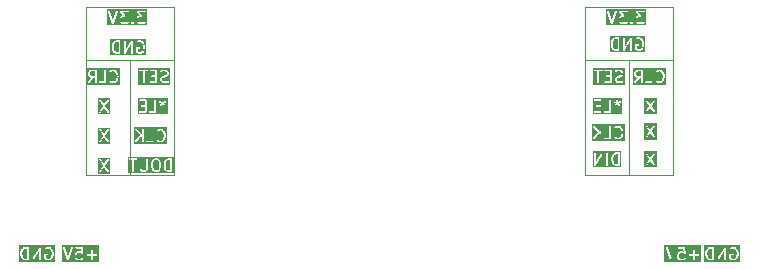
<source format=gbr>
%TF.GenerationSoftware,KiCad,Pcbnew,8.0.6*%
%TF.CreationDate,2024-11-18T23:24:10+07:00*%
%TF.ProjectId,MAX14866_PMOD,4d415831-3438-4363-965f-504d4f442e6b,rev?*%
%TF.SameCoordinates,Original*%
%TF.FileFunction,Legend,Bot*%
%TF.FilePolarity,Positive*%
%FSLAX46Y46*%
G04 Gerber Fmt 4.6, Leading zero omitted, Abs format (unit mm)*
G04 Created by KiCad (PCBNEW 8.0.6) date 2024-11-18 23:24:10*
%MOMM*%
%LPD*%
G01*
G04 APERTURE LIST*
%ADD10C,0.100000*%
%ADD11C,0.150000*%
%ADD12C,2.000000*%
%ADD13R,3.500000X4.875000*%
%ADD14R,1.700000X1.700000*%
%ADD15O,1.700000X1.700000*%
G04 APERTURE END LIST*
D10*
X10250000Y8000000D02*
X10250000Y17750000D01*
X14000000Y17750000D02*
X6500000Y17750000D01*
X6500000Y22250000D02*
X14000000Y22250000D01*
X14000000Y8000000D01*
X6500000Y8000000D01*
X6500000Y22250000D01*
X56250000Y17750000D02*
X48750000Y17750000D01*
X48750000Y22250000D02*
X56250000Y22250000D01*
X56250000Y8000000D01*
X48750000Y8000000D01*
X48750000Y22250000D01*
X52500000Y8000000D02*
X52500000Y17750000D01*
D11*
G36*
X54844318Y13183709D02*
G01*
X53805430Y13183709D01*
X53805430Y14369899D01*
X53916541Y14369899D01*
X53922220Y14341191D01*
X53929137Y14328218D01*
X54234735Y13869820D01*
X53929137Y13411422D01*
X53922220Y13398449D01*
X53916541Y13369741D01*
X53922280Y13341047D01*
X53938563Y13316732D01*
X53962912Y13300499D01*
X53991620Y13294820D01*
X54020314Y13300559D01*
X54044629Y13316842D01*
X54053945Y13328218D01*
X54324874Y13734612D01*
X54595803Y13328218D01*
X54605119Y13316842D01*
X54629434Y13300559D01*
X54658128Y13294820D01*
X54686836Y13300499D01*
X54711185Y13316732D01*
X54727468Y13341047D01*
X54733207Y13369741D01*
X54727528Y13398449D01*
X54720611Y13411423D01*
X54415013Y13869820D01*
X54720611Y14328217D01*
X54727528Y14341191D01*
X54733207Y14369899D01*
X54727468Y14398593D01*
X54711185Y14422908D01*
X54686836Y14439141D01*
X54658128Y14444820D01*
X54629434Y14439081D01*
X54605119Y14422798D01*
X54595803Y14411422D01*
X54324874Y14005029D01*
X54053945Y14411422D01*
X54044629Y14422798D01*
X54020314Y14439081D01*
X53991620Y14444820D01*
X53962912Y14439141D01*
X53938563Y14422908D01*
X53922280Y14398593D01*
X53916541Y14369899D01*
X53805430Y14369899D01*
X53805430Y14555931D01*
X54844318Y14555931D01*
X54844318Y13183709D01*
G37*
G36*
X51588220Y8955181D02*
G01*
X51437295Y8955181D01*
X51322782Y8993352D01*
X51248669Y9067466D01*
X51210175Y9144453D01*
X51166792Y9317987D01*
X51166792Y9442376D01*
X51210175Y9615910D01*
X51248669Y9692897D01*
X51322782Y9767010D01*
X51437295Y9805181D01*
X51588220Y9805181D01*
X51588220Y8955181D01*
G37*
G36*
X51849331Y8694070D02*
G01*
X49429491Y8694070D01*
X49429491Y9880181D01*
X49540602Y9880181D01*
X49540602Y8880181D01*
X49540972Y8876418D01*
X49540785Y8874942D01*
X49541306Y8873032D01*
X49542043Y8865549D01*
X49545860Y8856334D01*
X49548485Y8846710D01*
X49551412Y8842930D01*
X49553242Y8838513D01*
X49560292Y8831463D01*
X49566402Y8823573D01*
X49570555Y8821200D01*
X49573934Y8817821D01*
X49583146Y8814005D01*
X49591811Y8809054D01*
X49596554Y8808452D01*
X49600970Y8806622D01*
X49610944Y8806622D01*
X49620841Y8805364D01*
X49625453Y8806622D01*
X49630234Y8806622D01*
X49639449Y8810440D01*
X49649073Y8813064D01*
X49652853Y8815992D01*
X49657270Y8817821D01*
X49664320Y8824872D01*
X49672210Y8830981D01*
X49676562Y8837114D01*
X49677962Y8838513D01*
X49678531Y8839888D01*
X49680720Y8842971D01*
X50112030Y9597765D01*
X50112030Y8880181D01*
X50113471Y8865549D01*
X50124670Y8838513D01*
X50145362Y8817821D01*
X50172398Y8806622D01*
X50201662Y8806622D01*
X50228698Y8817821D01*
X50249390Y8838513D01*
X50260589Y8865549D01*
X50262030Y8880181D01*
X50262030Y9880181D01*
X50588220Y9880181D01*
X50588220Y8880181D01*
X50589661Y8865549D01*
X50600860Y8838513D01*
X50621552Y8817821D01*
X50648588Y8806622D01*
X50677852Y8806622D01*
X50704888Y8817821D01*
X50725580Y8838513D01*
X50736779Y8865549D01*
X50738220Y8880181D01*
X50738220Y9451610D01*
X51016792Y9451610D01*
X51016792Y9308753D01*
X51017043Y9306200D01*
X51016881Y9305107D01*
X51017690Y9299634D01*
X51018233Y9294121D01*
X51018655Y9293100D01*
X51019031Y9290563D01*
X51066650Y9100087D01*
X51067035Y9099008D01*
X51067074Y9098468D01*
X51069401Y9092387D01*
X51071597Y9086241D01*
X51071919Y9085806D01*
X51072329Y9084736D01*
X51119948Y8989498D01*
X51123911Y8983202D01*
X51124669Y8981372D01*
X51126358Y8979314D01*
X51127780Y8977055D01*
X51129278Y8975756D01*
X51133997Y8970006D01*
X51229235Y8874767D01*
X51240600Y8865439D01*
X51243090Y8864408D01*
X51245125Y8862643D01*
X51258551Y8856649D01*
X51401407Y8809030D01*
X51408662Y8807381D01*
X51410493Y8806622D01*
X51413146Y8806361D01*
X51415744Y8805770D01*
X51417718Y8805911D01*
X51425125Y8805181D01*
X51663220Y8805181D01*
X51677852Y8806622D01*
X51704888Y8817821D01*
X51725580Y8838513D01*
X51736779Y8865549D01*
X51738220Y8880181D01*
X51738220Y9880181D01*
X51736779Y9894813D01*
X51725580Y9921849D01*
X51704888Y9942541D01*
X51677852Y9953740D01*
X51663220Y9955181D01*
X51425125Y9955181D01*
X51417718Y9954452D01*
X51415744Y9954592D01*
X51413146Y9954002D01*
X51410493Y9953740D01*
X51408662Y9952982D01*
X51401407Y9951332D01*
X51258551Y9903713D01*
X51245125Y9897719D01*
X51243090Y9895955D01*
X51240600Y9894923D01*
X51229235Y9885595D01*
X51133997Y9790357D01*
X51129278Y9784608D01*
X51127780Y9783308D01*
X51126358Y9781049D01*
X51124670Y9778992D01*
X51123912Y9777165D01*
X51119948Y9770865D01*
X51072329Y9675627D01*
X51071919Y9674558D01*
X51071597Y9674122D01*
X51069401Y9667977D01*
X51067074Y9661895D01*
X51067035Y9661356D01*
X51066650Y9660276D01*
X51019031Y9469800D01*
X51018655Y9467264D01*
X51018233Y9466242D01*
X51017690Y9460730D01*
X51016881Y9455256D01*
X51017043Y9454164D01*
X51016792Y9451610D01*
X50738220Y9451610D01*
X50738220Y9880181D01*
X50736779Y9894813D01*
X50725580Y9921849D01*
X50704888Y9942541D01*
X50677852Y9953740D01*
X50648588Y9953740D01*
X50621552Y9942541D01*
X50600860Y9921849D01*
X50589661Y9894813D01*
X50588220Y9880181D01*
X50262030Y9880181D01*
X50261659Y9883945D01*
X50261847Y9885420D01*
X50261325Y9887331D01*
X50260589Y9894813D01*
X50256771Y9904029D01*
X50254147Y9913652D01*
X50251219Y9917433D01*
X50249390Y9921849D01*
X50242339Y9928900D01*
X50236230Y9936789D01*
X50232076Y9939163D01*
X50228698Y9942541D01*
X50219485Y9946358D01*
X50210821Y9951308D01*
X50206077Y9951911D01*
X50201662Y9953740D01*
X50191688Y9953740D01*
X50181791Y9954998D01*
X50177179Y9953740D01*
X50172398Y9953740D01*
X50163181Y9949923D01*
X50153560Y9947298D01*
X50149780Y9944372D01*
X50145362Y9942541D01*
X50138310Y9935490D01*
X50130422Y9929381D01*
X50126067Y9923247D01*
X50124670Y9921849D01*
X50124101Y9920477D01*
X50121912Y9917392D01*
X49690602Y9162598D01*
X49690602Y9880181D01*
X49689161Y9894813D01*
X49677962Y9921849D01*
X49657270Y9942541D01*
X49630234Y9953740D01*
X49600970Y9953740D01*
X49573934Y9942541D01*
X49553242Y9921849D01*
X49542043Y9894813D01*
X49540602Y9880181D01*
X49429491Y9880181D01*
X49429491Y10066292D01*
X51849331Y10066292D01*
X51849331Y8694070D01*
G37*
G36*
X13396950Y10694070D02*
G01*
X10596268Y10694070D01*
X10596268Y10884263D01*
X10707379Y10884263D01*
X10711518Y10855294D01*
X10726427Y10830113D01*
X10749838Y10812555D01*
X10778186Y10805292D01*
X10807155Y10809431D01*
X10832336Y10824340D01*
X10842268Y10835181D01*
X11218953Y11337430D01*
X11278696Y11277687D01*
X11278696Y10880181D01*
X11280137Y10865549D01*
X11291336Y10838513D01*
X11312028Y10817821D01*
X11339064Y10806622D01*
X11368328Y10806622D01*
X11395364Y10817821D01*
X11416056Y10838513D01*
X11427255Y10865549D01*
X11428696Y10880181D01*
X11428696Y10894813D01*
X11613471Y10894813D01*
X11613471Y10865549D01*
X11624670Y10838513D01*
X11645362Y10817821D01*
X11672398Y10806622D01*
X11687030Y10805181D01*
X12163220Y10805181D01*
X12177852Y10806622D01*
X12204888Y10817821D01*
X12225580Y10838513D01*
X12236779Y10865549D01*
X12238220Y10880181D01*
X12238220Y11799574D01*
X12518233Y11799574D01*
X12518233Y11770312D01*
X12529432Y11743275D01*
X12550124Y11722583D01*
X12577161Y11711384D01*
X12606423Y11711384D01*
X12633460Y11722583D01*
X12644825Y11731910D01*
X12679925Y11767010D01*
X12794438Y11805181D01*
X12865336Y11805181D01*
X12979849Y11767010D01*
X13053962Y11692897D01*
X13092455Y11615910D01*
X13135839Y11442376D01*
X13135839Y11317987D01*
X13092455Y11144453D01*
X13053961Y11067466D01*
X12979849Y10993353D01*
X12865336Y10955181D01*
X12794438Y10955181D01*
X12679925Y10993352D01*
X12644826Y11028452D01*
X12633460Y11037780D01*
X12606424Y11048979D01*
X12577161Y11048979D01*
X12550125Y11037781D01*
X12529432Y11017088D01*
X12518233Y10990052D01*
X12518233Y10960789D01*
X12529431Y10933753D01*
X12538758Y10922388D01*
X12586377Y10874768D01*
X12597743Y10865440D01*
X12600231Y10864410D01*
X12602268Y10862643D01*
X12615694Y10856649D01*
X12758550Y10809030D01*
X12765805Y10807381D01*
X12767636Y10806622D01*
X12770289Y10806361D01*
X12772887Y10805770D01*
X12774861Y10805911D01*
X12782268Y10805181D01*
X12877506Y10805181D01*
X12884911Y10805911D01*
X12886886Y10805770D01*
X12889483Y10806361D01*
X12892138Y10806622D01*
X12893969Y10807381D01*
X12901223Y10809030D01*
X13044080Y10856649D01*
X13057505Y10862643D01*
X13059540Y10864409D01*
X13062031Y10865440D01*
X13073396Y10874767D01*
X13168635Y10970007D01*
X13173352Y10975756D01*
X13174851Y10977055D01*
X13176272Y10979314D01*
X13177962Y10981372D01*
X13178719Y10983202D01*
X13182683Y10989498D01*
X13230302Y11084736D01*
X13230711Y11085806D01*
X13231034Y11086241D01*
X13233226Y11092378D01*
X13235557Y11098467D01*
X13235595Y11099008D01*
X13235981Y11100087D01*
X13283600Y11290563D01*
X13283975Y11293100D01*
X13284398Y11294121D01*
X13284940Y11299634D01*
X13285750Y11305107D01*
X13285587Y11306200D01*
X13285839Y11308753D01*
X13285839Y11451610D01*
X13285587Y11454164D01*
X13285750Y11455256D01*
X13284940Y11460730D01*
X13284398Y11466242D01*
X13283975Y11467264D01*
X13283600Y11469800D01*
X13235981Y11660276D01*
X13235595Y11661356D01*
X13235557Y11661896D01*
X13233226Y11667986D01*
X13231034Y11674122D01*
X13230711Y11674558D01*
X13230302Y11675627D01*
X13182683Y11770865D01*
X13178720Y11777160D01*
X13177962Y11778992D01*
X13176270Y11781054D01*
X13174851Y11783308D01*
X13173354Y11784607D01*
X13168634Y11790357D01*
X13073396Y11885595D01*
X13062031Y11894922D01*
X13059540Y11895954D01*
X13057505Y11897719D01*
X13044080Y11903713D01*
X12901223Y11951332D01*
X12893969Y11952982D01*
X12892138Y11953740D01*
X12889483Y11954002D01*
X12886886Y11954592D01*
X12884911Y11954452D01*
X12877506Y11955181D01*
X12782268Y11955181D01*
X12774861Y11954452D01*
X12772887Y11954592D01*
X12770289Y11954002D01*
X12767636Y11953740D01*
X12765805Y11952982D01*
X12758550Y11951332D01*
X12615694Y11903713D01*
X12602268Y11897719D01*
X12600231Y11895953D01*
X12597743Y11894922D01*
X12586378Y11885595D01*
X12538759Y11837976D01*
X12529432Y11826611D01*
X12518233Y11799574D01*
X12238220Y11799574D01*
X12238220Y11880181D01*
X12236779Y11894813D01*
X12225580Y11921849D01*
X12204888Y11942541D01*
X12177852Y11953740D01*
X12148588Y11953740D01*
X12121552Y11942541D01*
X12100860Y11921849D01*
X12089661Y11894813D01*
X12088220Y11880181D01*
X12088220Y10955181D01*
X11687030Y10955181D01*
X11672398Y10953740D01*
X11645362Y10942541D01*
X11624670Y10921849D01*
X11613471Y10894813D01*
X11428696Y10894813D01*
X11428696Y11880181D01*
X11427255Y11894813D01*
X11416056Y11921849D01*
X11395364Y11942541D01*
X11368328Y11953740D01*
X11339064Y11953740D01*
X11312028Y11942541D01*
X11291336Y11921849D01*
X11280137Y11894813D01*
X11278696Y11880181D01*
X11278696Y11489819D01*
X10835301Y11933214D01*
X10823936Y11942541D01*
X10796899Y11953740D01*
X10767637Y11953740D01*
X10740600Y11942541D01*
X10719908Y11921849D01*
X10708709Y11894812D01*
X10708709Y11865550D01*
X10719908Y11838513D01*
X10729235Y11827148D01*
X11111810Y11444573D01*
X10722268Y10925181D01*
X10714642Y10912611D01*
X10707379Y10884263D01*
X10596268Y10884263D01*
X10596268Y12066292D01*
X13396950Y12066292D01*
X13396950Y10694070D01*
G37*
G36*
X7597890Y694070D02*
G01*
X4513413Y694070D01*
X4513413Y1870801D01*
X4624524Y1870801D01*
X4627784Y1856464D01*
X4961117Y856464D01*
X4967111Y843039D01*
X4970621Y838992D01*
X4973018Y834198D01*
X4980126Y828033D01*
X4986285Y820932D01*
X4991074Y818538D01*
X4995125Y815024D01*
X5004050Y812050D01*
X5012458Y807845D01*
X5017802Y807466D01*
X5022888Y805770D01*
X5032268Y806437D01*
X5041648Y805770D01*
X5046733Y807466D01*
X5052078Y807845D01*
X5060488Y812051D01*
X5069410Y815024D01*
X5073457Y818535D01*
X5078251Y820931D01*
X5084414Y828037D01*
X5091518Y834198D01*
X5093913Y838990D01*
X5097425Y843038D01*
X5103419Y856464D01*
X5254182Y1308753D01*
X5576316Y1308753D01*
X5576316Y1070658D01*
X5577757Y1056026D01*
X5578788Y1053537D01*
X5578979Y1050849D01*
X5584234Y1037117D01*
X5631853Y941879D01*
X5635816Y935583D01*
X5636574Y933753D01*
X5638263Y931695D01*
X5639685Y929436D01*
X5641183Y928137D01*
X5645901Y922388D01*
X5693520Y874768D01*
X5699269Y870050D01*
X5700570Y868550D01*
X5702829Y867128D01*
X5704886Y865440D01*
X5706713Y864683D01*
X5713013Y860718D01*
X5808251Y813099D01*
X5821982Y807844D01*
X5824671Y807653D01*
X5827160Y806622D01*
X5841792Y805181D01*
X6079887Y805181D01*
X6094519Y806622D01*
X6097008Y807654D01*
X6099696Y807844D01*
X6113428Y813099D01*
X6208666Y860718D01*
X6214965Y864683D01*
X6216793Y865440D01*
X6218849Y867128D01*
X6221109Y868550D01*
X6222409Y870050D01*
X6228159Y874768D01*
X6275777Y922387D01*
X6285105Y933753D01*
X6296303Y960789D01*
X6296303Y990052D01*
X6285104Y1017088D01*
X6264411Y1037781D01*
X6237375Y1048979D01*
X6208112Y1048979D01*
X6181076Y1037780D01*
X6169710Y1028452D01*
X6130697Y989439D01*
X6062182Y955181D01*
X5859497Y955181D01*
X5790981Y989439D01*
X5760574Y1019847D01*
X5726316Y1088363D01*
X5726316Y1275766D01*
X6577757Y1275766D01*
X6577757Y1246502D01*
X6588956Y1219466D01*
X6609648Y1198774D01*
X6636684Y1187575D01*
X6651316Y1186134D01*
X6957268Y1186134D01*
X6957268Y880181D01*
X6958709Y865549D01*
X6969908Y838513D01*
X6990600Y817821D01*
X7017636Y806622D01*
X7046900Y806622D01*
X7073936Y817821D01*
X7094628Y838513D01*
X7105827Y865549D01*
X7107268Y880181D01*
X7107268Y1186134D01*
X7413220Y1186134D01*
X7427852Y1187575D01*
X7454888Y1198774D01*
X7475580Y1219466D01*
X7486779Y1246502D01*
X7486779Y1275766D01*
X7475580Y1302802D01*
X7454888Y1323494D01*
X7427852Y1334693D01*
X7413220Y1336134D01*
X7107268Y1336134D01*
X7107268Y1642086D01*
X7105827Y1656718D01*
X7094628Y1683754D01*
X7073936Y1704446D01*
X7046900Y1715645D01*
X7017636Y1715645D01*
X6990600Y1704446D01*
X6969908Y1683754D01*
X6958709Y1656718D01*
X6957268Y1642086D01*
X6957268Y1336134D01*
X6651316Y1336134D01*
X6636684Y1334693D01*
X6609648Y1323494D01*
X6588956Y1302802D01*
X6577757Y1275766D01*
X5726316Y1275766D01*
X5726316Y1291048D01*
X5760574Y1359564D01*
X5790981Y1389971D01*
X5859497Y1424229D01*
X6062182Y1424229D01*
X6130698Y1389971D01*
X6169711Y1350958D01*
X6181076Y1341631D01*
X6184564Y1340186D01*
X6187488Y1337794D01*
X6197985Y1334627D01*
X6208112Y1330432D01*
X6211888Y1330432D01*
X6215504Y1329341D01*
X6226414Y1330432D01*
X6237375Y1330432D01*
X6240863Y1331878D01*
X6244623Y1332253D01*
X6254286Y1337438D01*
X6264411Y1341631D01*
X6267081Y1344302D01*
X6270410Y1346087D01*
X6277355Y1354576D01*
X6285104Y1362324D01*
X6286548Y1365811D01*
X6288941Y1368735D01*
X6292109Y1379236D01*
X6296303Y1389360D01*
X6296303Y1393136D01*
X6297394Y1396751D01*
X6297372Y1411454D01*
X6249753Y1887644D01*
X6248684Y1892977D01*
X6248684Y1894813D01*
X6247970Y1896536D01*
X6246863Y1902060D01*
X6241680Y1911720D01*
X6237485Y1921849D01*
X6234813Y1924521D01*
X6233029Y1927847D01*
X6224546Y1934788D01*
X6216793Y1942541D01*
X6213304Y1943987D01*
X6210381Y1946378D01*
X6199883Y1949546D01*
X6189757Y1953740D01*
X6184151Y1954293D01*
X6182365Y1954831D01*
X6180536Y1954649D01*
X6175125Y1955181D01*
X5698935Y1955181D01*
X5684303Y1953740D01*
X5657267Y1942541D01*
X5636575Y1921849D01*
X5625376Y1894813D01*
X5625376Y1865549D01*
X5636575Y1838513D01*
X5657267Y1817821D01*
X5684303Y1806622D01*
X5698935Y1805181D01*
X6107251Y1805181D01*
X6132069Y1556991D01*
X6113428Y1566311D01*
X6099696Y1571566D01*
X6097008Y1571757D01*
X6094519Y1572788D01*
X6079887Y1574229D01*
X5841792Y1574229D01*
X5827160Y1572788D01*
X5824671Y1571758D01*
X5821982Y1571566D01*
X5808251Y1566311D01*
X5713013Y1518692D01*
X5706713Y1514728D01*
X5704886Y1513970D01*
X5702829Y1512282D01*
X5700570Y1510860D01*
X5699270Y1509362D01*
X5693521Y1504643D01*
X5645902Y1457024D01*
X5641183Y1451275D01*
X5639685Y1449975D01*
X5638263Y1447716D01*
X5636575Y1445659D01*
X5635817Y1443832D01*
X5631853Y1437532D01*
X5584234Y1342294D01*
X5578979Y1328562D01*
X5578788Y1325875D01*
X5577757Y1323385D01*
X5576316Y1308753D01*
X5254182Y1308753D01*
X5436752Y1856464D01*
X5440012Y1870800D01*
X5437937Y1899990D01*
X5424851Y1926164D01*
X5402743Y1945338D01*
X5374981Y1954592D01*
X5345791Y1952517D01*
X5319618Y1939430D01*
X5300444Y1917323D01*
X5294450Y1903898D01*
X5032268Y1117352D01*
X4770086Y1903898D01*
X4764092Y1917324D01*
X4744918Y1939431D01*
X4718745Y1952517D01*
X4689555Y1954592D01*
X4661792Y1945338D01*
X4639685Y1926164D01*
X4626599Y1899991D01*
X4624524Y1870801D01*
X4513413Y1870801D01*
X4513413Y2066292D01*
X7597890Y2066292D01*
X7597890Y694070D01*
G37*
G36*
X58597890Y694070D02*
G01*
X55513413Y694070D01*
X55513413Y1870801D01*
X55624524Y1870801D01*
X55627784Y1856464D01*
X55961117Y856464D01*
X55967111Y843039D01*
X55970621Y838992D01*
X55973018Y834198D01*
X55980126Y828033D01*
X55986285Y820932D01*
X55991074Y818538D01*
X55995125Y815024D01*
X56004050Y812050D01*
X56012458Y807845D01*
X56017802Y807466D01*
X56022888Y805770D01*
X56032268Y806437D01*
X56041648Y805770D01*
X56046733Y807466D01*
X56052078Y807845D01*
X56060488Y812051D01*
X56069410Y815024D01*
X56073457Y818535D01*
X56078251Y820931D01*
X56084414Y828037D01*
X56091518Y834198D01*
X56093913Y838990D01*
X56097425Y843038D01*
X56103419Y856464D01*
X56254182Y1308753D01*
X56576316Y1308753D01*
X56576316Y1070658D01*
X56577757Y1056026D01*
X56578788Y1053537D01*
X56578979Y1050849D01*
X56584234Y1037117D01*
X56631853Y941879D01*
X56635816Y935583D01*
X56636574Y933753D01*
X56638263Y931695D01*
X56639685Y929436D01*
X56641183Y928137D01*
X56645901Y922388D01*
X56693520Y874768D01*
X56699269Y870050D01*
X56700570Y868550D01*
X56702829Y867128D01*
X56704886Y865440D01*
X56706713Y864683D01*
X56713013Y860718D01*
X56808251Y813099D01*
X56821982Y807844D01*
X56824671Y807653D01*
X56827160Y806622D01*
X56841792Y805181D01*
X57079887Y805181D01*
X57094519Y806622D01*
X57097008Y807654D01*
X57099696Y807844D01*
X57113428Y813099D01*
X57208666Y860718D01*
X57214965Y864683D01*
X57216793Y865440D01*
X57218849Y867128D01*
X57221109Y868550D01*
X57222409Y870050D01*
X57228159Y874768D01*
X57275777Y922387D01*
X57285105Y933753D01*
X57296303Y960789D01*
X57296303Y990052D01*
X57285104Y1017088D01*
X57264411Y1037781D01*
X57237375Y1048979D01*
X57208112Y1048979D01*
X57181076Y1037780D01*
X57169710Y1028452D01*
X57130697Y989439D01*
X57062182Y955181D01*
X56859497Y955181D01*
X56790981Y989439D01*
X56760574Y1019847D01*
X56726316Y1088363D01*
X56726316Y1275766D01*
X57577757Y1275766D01*
X57577757Y1246502D01*
X57588956Y1219466D01*
X57609648Y1198774D01*
X57636684Y1187575D01*
X57651316Y1186134D01*
X57957268Y1186134D01*
X57957268Y880181D01*
X57958709Y865549D01*
X57969908Y838513D01*
X57990600Y817821D01*
X58017636Y806622D01*
X58046900Y806622D01*
X58073936Y817821D01*
X58094628Y838513D01*
X58105827Y865549D01*
X58107268Y880181D01*
X58107268Y1186134D01*
X58413220Y1186134D01*
X58427852Y1187575D01*
X58454888Y1198774D01*
X58475580Y1219466D01*
X58486779Y1246502D01*
X58486779Y1275766D01*
X58475580Y1302802D01*
X58454888Y1323494D01*
X58427852Y1334693D01*
X58413220Y1336134D01*
X58107268Y1336134D01*
X58107268Y1642086D01*
X58105827Y1656718D01*
X58094628Y1683754D01*
X58073936Y1704446D01*
X58046900Y1715645D01*
X58017636Y1715645D01*
X57990600Y1704446D01*
X57969908Y1683754D01*
X57958709Y1656718D01*
X57957268Y1642086D01*
X57957268Y1336134D01*
X57651316Y1336134D01*
X57636684Y1334693D01*
X57609648Y1323494D01*
X57588956Y1302802D01*
X57577757Y1275766D01*
X56726316Y1275766D01*
X56726316Y1291048D01*
X56760574Y1359564D01*
X56790981Y1389971D01*
X56859497Y1424229D01*
X57062182Y1424229D01*
X57130698Y1389971D01*
X57169711Y1350958D01*
X57181076Y1341631D01*
X57184564Y1340186D01*
X57187488Y1337794D01*
X57197985Y1334627D01*
X57208112Y1330432D01*
X57211888Y1330432D01*
X57215504Y1329341D01*
X57226414Y1330432D01*
X57237375Y1330432D01*
X57240863Y1331878D01*
X57244623Y1332253D01*
X57254286Y1337438D01*
X57264411Y1341631D01*
X57267081Y1344302D01*
X57270410Y1346087D01*
X57277355Y1354576D01*
X57285104Y1362324D01*
X57286548Y1365811D01*
X57288941Y1368735D01*
X57292109Y1379236D01*
X57296303Y1389360D01*
X57296303Y1393136D01*
X57297394Y1396751D01*
X57297372Y1411454D01*
X57249753Y1887644D01*
X57248684Y1892977D01*
X57248684Y1894813D01*
X57247970Y1896536D01*
X57246863Y1902060D01*
X57241680Y1911720D01*
X57237485Y1921849D01*
X57234813Y1924521D01*
X57233029Y1927847D01*
X57224546Y1934788D01*
X57216793Y1942541D01*
X57213304Y1943987D01*
X57210381Y1946378D01*
X57199883Y1949546D01*
X57189757Y1953740D01*
X57184151Y1954293D01*
X57182365Y1954831D01*
X57180536Y1954649D01*
X57175125Y1955181D01*
X56698935Y1955181D01*
X56684303Y1953740D01*
X56657267Y1942541D01*
X56636575Y1921849D01*
X56625376Y1894813D01*
X56625376Y1865549D01*
X56636575Y1838513D01*
X56657267Y1817821D01*
X56684303Y1806622D01*
X56698935Y1805181D01*
X57107251Y1805181D01*
X57132069Y1556991D01*
X57113428Y1566311D01*
X57099696Y1571566D01*
X57097008Y1571757D01*
X57094519Y1572788D01*
X57079887Y1574229D01*
X56841792Y1574229D01*
X56827160Y1572788D01*
X56824671Y1571758D01*
X56821982Y1571566D01*
X56808251Y1566311D01*
X56713013Y1518692D01*
X56706713Y1514728D01*
X56704886Y1513970D01*
X56702829Y1512282D01*
X56700570Y1510860D01*
X56699270Y1509362D01*
X56693521Y1504643D01*
X56645902Y1457024D01*
X56641183Y1451275D01*
X56639685Y1449975D01*
X56638263Y1447716D01*
X56636575Y1445659D01*
X56635817Y1443832D01*
X56631853Y1437532D01*
X56584234Y1342294D01*
X56578979Y1328562D01*
X56578788Y1325875D01*
X56577757Y1323385D01*
X56576316Y1308753D01*
X56254182Y1308753D01*
X56436752Y1856464D01*
X56440012Y1870800D01*
X56437937Y1899990D01*
X56424851Y1926164D01*
X56402743Y1945338D01*
X56374981Y1954592D01*
X56345791Y1952517D01*
X56319618Y1939430D01*
X56300444Y1917323D01*
X56294450Y1903898D01*
X56032268Y1117352D01*
X55770086Y1903898D01*
X55764092Y1917324D01*
X55744918Y1939431D01*
X55718745Y1952517D01*
X55689555Y1954592D01*
X55661792Y1945338D01*
X55639685Y1926164D01*
X55626599Y1899991D01*
X55624524Y1870801D01*
X55513413Y1870801D01*
X55513413Y2066292D01*
X58597890Y2066292D01*
X58597890Y694070D01*
G37*
G36*
X54844318Y11033709D02*
G01*
X53805430Y11033709D01*
X53805430Y12219899D01*
X53916541Y12219899D01*
X53922220Y12191191D01*
X53929137Y12178218D01*
X54234735Y11719820D01*
X53929137Y11261422D01*
X53922220Y11248449D01*
X53916541Y11219741D01*
X53922280Y11191047D01*
X53938563Y11166732D01*
X53962912Y11150499D01*
X53991620Y11144820D01*
X54020314Y11150559D01*
X54044629Y11166842D01*
X54053945Y11178218D01*
X54324874Y11584612D01*
X54595803Y11178218D01*
X54605119Y11166842D01*
X54629434Y11150559D01*
X54658128Y11144820D01*
X54686836Y11150499D01*
X54711185Y11166732D01*
X54727468Y11191047D01*
X54733207Y11219741D01*
X54727528Y11248449D01*
X54720611Y11261423D01*
X54415013Y11719820D01*
X54720611Y12178217D01*
X54727528Y12191191D01*
X54733207Y12219899D01*
X54727468Y12248593D01*
X54711185Y12272908D01*
X54686836Y12289141D01*
X54658128Y12294820D01*
X54629434Y12289081D01*
X54605119Y12272798D01*
X54595803Y12261422D01*
X54324874Y11855029D01*
X54053945Y12261422D01*
X54044629Y12272798D01*
X54020314Y12289081D01*
X53991620Y12294820D01*
X53962912Y12289141D01*
X53938563Y12272908D01*
X53922280Y12248593D01*
X53916541Y12219899D01*
X53805430Y12219899D01*
X53805430Y12405931D01*
X54844318Y12405931D01*
X54844318Y11033709D01*
G37*
G36*
X9290601Y18455181D02*
G01*
X9139676Y18455181D01*
X9025163Y18493352D01*
X8951050Y18567466D01*
X8912556Y18644453D01*
X8869173Y18817987D01*
X8869173Y18942376D01*
X8912556Y19115910D01*
X8951050Y19192897D01*
X9025163Y19267010D01*
X9139676Y19305181D01*
X9290601Y19305181D01*
X9290601Y18455181D01*
G37*
G36*
X11646950Y18194070D02*
G01*
X8608062Y18194070D01*
X8608062Y18951610D01*
X8719173Y18951610D01*
X8719173Y18808753D01*
X8719424Y18806200D01*
X8719262Y18805107D01*
X8720071Y18799634D01*
X8720614Y18794121D01*
X8721036Y18793100D01*
X8721412Y18790563D01*
X8769031Y18600087D01*
X8769416Y18599008D01*
X8769455Y18598468D01*
X8771782Y18592387D01*
X8773978Y18586241D01*
X8774300Y18585806D01*
X8774710Y18584736D01*
X8822329Y18489498D01*
X8826292Y18483202D01*
X8827050Y18481372D01*
X8828739Y18479314D01*
X8830161Y18477055D01*
X8831659Y18475756D01*
X8836378Y18470006D01*
X8931616Y18374767D01*
X8942981Y18365439D01*
X8945471Y18364408D01*
X8947506Y18362643D01*
X8960932Y18356649D01*
X9103788Y18309030D01*
X9111043Y18307381D01*
X9112874Y18306622D01*
X9115527Y18306361D01*
X9118125Y18305770D01*
X9120099Y18305911D01*
X9127506Y18305181D01*
X9365601Y18305181D01*
X9380233Y18306622D01*
X9407269Y18317821D01*
X9427961Y18338513D01*
X9439160Y18365549D01*
X9440601Y18380181D01*
X9440601Y19380181D01*
X9766792Y19380181D01*
X9766792Y18380181D01*
X9767162Y18376418D01*
X9766975Y18374942D01*
X9767496Y18373032D01*
X9768233Y18365549D01*
X9772050Y18356334D01*
X9774675Y18346710D01*
X9777602Y18342930D01*
X9779432Y18338513D01*
X9786482Y18331463D01*
X9792592Y18323573D01*
X9796745Y18321200D01*
X9800124Y18317821D01*
X9809336Y18314005D01*
X9818001Y18309054D01*
X9822744Y18308452D01*
X9827160Y18306622D01*
X9837134Y18306622D01*
X9847031Y18305364D01*
X9851643Y18306622D01*
X9856424Y18306622D01*
X9865639Y18310440D01*
X9875263Y18313064D01*
X9879043Y18315992D01*
X9883460Y18317821D01*
X9890510Y18324872D01*
X9898400Y18330981D01*
X9902752Y18337114D01*
X9904152Y18338513D01*
X9904721Y18339888D01*
X9906910Y18342971D01*
X10338220Y19097765D01*
X10338220Y18380181D01*
X10339661Y18365549D01*
X10350860Y18338513D01*
X10371552Y18317821D01*
X10398588Y18306622D01*
X10427852Y18306622D01*
X10454888Y18317821D01*
X10475580Y18338513D01*
X10486779Y18365549D01*
X10488220Y18380181D01*
X10488220Y18808753D01*
X10766792Y18808753D01*
X10766792Y18475420D01*
X10768233Y18460788D01*
X10772150Y18451332D01*
X10779431Y18433753D01*
X10788758Y18422388D01*
X10836377Y18374768D01*
X10847743Y18365440D01*
X10850231Y18364410D01*
X10852268Y18362643D01*
X10865694Y18356649D01*
X11008550Y18309030D01*
X11015805Y18307381D01*
X11017636Y18306622D01*
X11020289Y18306361D01*
X11022887Y18305770D01*
X11024861Y18305911D01*
X11032268Y18305181D01*
X11127506Y18305181D01*
X11134911Y18305911D01*
X11136886Y18305770D01*
X11139483Y18306361D01*
X11142138Y18306622D01*
X11143969Y18307381D01*
X11151223Y18309030D01*
X11294080Y18356649D01*
X11307505Y18362643D01*
X11309540Y18364409D01*
X11312031Y18365440D01*
X11323396Y18374767D01*
X11418635Y18470007D01*
X11423352Y18475756D01*
X11424851Y18477055D01*
X11426272Y18479314D01*
X11427962Y18481372D01*
X11428719Y18483202D01*
X11432683Y18489498D01*
X11480302Y18584736D01*
X11480711Y18585806D01*
X11481034Y18586241D01*
X11483226Y18592378D01*
X11485557Y18598467D01*
X11485595Y18599008D01*
X11485981Y18600087D01*
X11533600Y18790563D01*
X11533975Y18793100D01*
X11534398Y18794121D01*
X11534940Y18799634D01*
X11535750Y18805107D01*
X11535587Y18806200D01*
X11535839Y18808753D01*
X11535839Y18951610D01*
X11535587Y18954164D01*
X11535750Y18955256D01*
X11534940Y18960730D01*
X11534398Y18966242D01*
X11533975Y18967264D01*
X11533600Y18969800D01*
X11485981Y19160276D01*
X11485595Y19161356D01*
X11485557Y19161896D01*
X11483226Y19167986D01*
X11481034Y19174122D01*
X11480711Y19174558D01*
X11480302Y19175627D01*
X11432683Y19270865D01*
X11428720Y19277160D01*
X11427962Y19278992D01*
X11426270Y19281054D01*
X11424851Y19283308D01*
X11423354Y19284607D01*
X11418634Y19290357D01*
X11323396Y19385595D01*
X11312031Y19394922D01*
X11309540Y19395954D01*
X11307505Y19397719D01*
X11294080Y19403713D01*
X11151223Y19451332D01*
X11143969Y19452982D01*
X11142138Y19453740D01*
X11139483Y19454002D01*
X11136886Y19454592D01*
X11134911Y19454452D01*
X11127506Y19455181D01*
X10984649Y19455181D01*
X10970017Y19453740D01*
X10967528Y19452710D01*
X10964839Y19452518D01*
X10951108Y19447263D01*
X10855870Y19399644D01*
X10843427Y19391812D01*
X10824254Y19369704D01*
X10815000Y19341943D01*
X10817074Y19312753D01*
X10830161Y19286578D01*
X10852269Y19267405D01*
X10880030Y19258151D01*
X10909220Y19260225D01*
X10922952Y19265480D01*
X11002354Y19305181D01*
X11115336Y19305181D01*
X11229849Y19267010D01*
X11303962Y19192897D01*
X11342455Y19115910D01*
X11385839Y18942376D01*
X11385839Y18817987D01*
X11342455Y18644453D01*
X11303961Y18567466D01*
X11229849Y18493353D01*
X11115336Y18455181D01*
X11044438Y18455181D01*
X10929925Y18493352D01*
X10916792Y18506486D01*
X10916792Y18733753D01*
X11032268Y18733753D01*
X11046900Y18735194D01*
X11073936Y18746393D01*
X11094628Y18767085D01*
X11105827Y18794121D01*
X11105827Y18823385D01*
X11094628Y18850421D01*
X11073936Y18871113D01*
X11046900Y18882312D01*
X11032268Y18883753D01*
X10841792Y18883753D01*
X10827160Y18882312D01*
X10800124Y18871113D01*
X10779432Y18850421D01*
X10768233Y18823385D01*
X10766792Y18808753D01*
X10488220Y18808753D01*
X10488220Y19380181D01*
X10487849Y19383945D01*
X10488037Y19385420D01*
X10487515Y19387331D01*
X10486779Y19394813D01*
X10482961Y19404029D01*
X10480337Y19413652D01*
X10477409Y19417433D01*
X10475580Y19421849D01*
X10468529Y19428900D01*
X10462420Y19436789D01*
X10458266Y19439163D01*
X10454888Y19442541D01*
X10445675Y19446358D01*
X10437011Y19451308D01*
X10432267Y19451911D01*
X10427852Y19453740D01*
X10417878Y19453740D01*
X10407981Y19454998D01*
X10403369Y19453740D01*
X10398588Y19453740D01*
X10389371Y19449923D01*
X10379750Y19447298D01*
X10375970Y19444372D01*
X10371552Y19442541D01*
X10364500Y19435490D01*
X10356612Y19429381D01*
X10352257Y19423247D01*
X10350860Y19421849D01*
X10350291Y19420477D01*
X10348102Y19417392D01*
X9916792Y18662598D01*
X9916792Y19380181D01*
X9915351Y19394813D01*
X9904152Y19421849D01*
X9883460Y19442541D01*
X9856424Y19453740D01*
X9827160Y19453740D01*
X9800124Y19442541D01*
X9779432Y19421849D01*
X9768233Y19394813D01*
X9766792Y19380181D01*
X9440601Y19380181D01*
X9439160Y19394813D01*
X9427961Y19421849D01*
X9407269Y19442541D01*
X9380233Y19453740D01*
X9365601Y19455181D01*
X9127506Y19455181D01*
X9120099Y19454452D01*
X9118125Y19454592D01*
X9115527Y19454002D01*
X9112874Y19453740D01*
X9111043Y19452982D01*
X9103788Y19451332D01*
X8960932Y19403713D01*
X8947506Y19397719D01*
X8945471Y19395955D01*
X8942981Y19394923D01*
X8931616Y19385595D01*
X8836378Y19290357D01*
X8831659Y19284608D01*
X8830161Y19283308D01*
X8828739Y19281049D01*
X8827051Y19278992D01*
X8826293Y19277165D01*
X8822329Y19270865D01*
X8774710Y19175627D01*
X8774300Y19174558D01*
X8773978Y19174122D01*
X8771782Y19167977D01*
X8769455Y19161895D01*
X8769416Y19161356D01*
X8769031Y19160276D01*
X8721412Y18969800D01*
X8721036Y18967264D01*
X8720614Y18966242D01*
X8720071Y18960730D01*
X8719262Y18955256D01*
X8719424Y18954164D01*
X8719173Y18951610D01*
X8608062Y18951610D01*
X8608062Y19566292D01*
X11646950Y19566292D01*
X11646950Y18194070D01*
G37*
G36*
X1540601Y955181D02*
G01*
X1389676Y955181D01*
X1275163Y993352D01*
X1201050Y1067466D01*
X1162556Y1144453D01*
X1119173Y1317987D01*
X1119173Y1442376D01*
X1162556Y1615910D01*
X1201050Y1692897D01*
X1275163Y1767010D01*
X1389676Y1805181D01*
X1540601Y1805181D01*
X1540601Y955181D01*
G37*
G36*
X3896950Y694070D02*
G01*
X858062Y694070D01*
X858062Y1451610D01*
X969173Y1451610D01*
X969173Y1308753D01*
X969424Y1306200D01*
X969262Y1305107D01*
X970071Y1299634D01*
X970614Y1294121D01*
X971036Y1293100D01*
X971412Y1290563D01*
X1019031Y1100087D01*
X1019416Y1099008D01*
X1019455Y1098468D01*
X1021782Y1092387D01*
X1023978Y1086241D01*
X1024300Y1085806D01*
X1024710Y1084736D01*
X1072329Y989498D01*
X1076292Y983202D01*
X1077050Y981372D01*
X1078739Y979314D01*
X1080161Y977055D01*
X1081659Y975756D01*
X1086378Y970006D01*
X1181616Y874767D01*
X1192981Y865439D01*
X1195471Y864408D01*
X1197506Y862643D01*
X1210932Y856649D01*
X1353788Y809030D01*
X1361043Y807381D01*
X1362874Y806622D01*
X1365527Y806361D01*
X1368125Y805770D01*
X1370099Y805911D01*
X1377506Y805181D01*
X1615601Y805181D01*
X1630233Y806622D01*
X1657269Y817821D01*
X1677961Y838513D01*
X1689160Y865549D01*
X1690601Y880181D01*
X1690601Y1880181D01*
X2016792Y1880181D01*
X2016792Y880181D01*
X2017162Y876418D01*
X2016975Y874942D01*
X2017496Y873032D01*
X2018233Y865549D01*
X2022050Y856334D01*
X2024675Y846710D01*
X2027602Y842930D01*
X2029432Y838513D01*
X2036482Y831463D01*
X2042592Y823573D01*
X2046745Y821200D01*
X2050124Y817821D01*
X2059336Y814005D01*
X2068001Y809054D01*
X2072744Y808452D01*
X2077160Y806622D01*
X2087134Y806622D01*
X2097031Y805364D01*
X2101643Y806622D01*
X2106424Y806622D01*
X2115639Y810440D01*
X2125263Y813064D01*
X2129043Y815992D01*
X2133460Y817821D01*
X2140510Y824872D01*
X2148400Y830981D01*
X2152752Y837114D01*
X2154152Y838513D01*
X2154721Y839888D01*
X2156910Y842971D01*
X2588220Y1597765D01*
X2588220Y880181D01*
X2589661Y865549D01*
X2600860Y838513D01*
X2621552Y817821D01*
X2648588Y806622D01*
X2677852Y806622D01*
X2704888Y817821D01*
X2725580Y838513D01*
X2736779Y865549D01*
X2738220Y880181D01*
X2738220Y1308753D01*
X3016792Y1308753D01*
X3016792Y975420D01*
X3018233Y960788D01*
X3022150Y951332D01*
X3029431Y933753D01*
X3038758Y922388D01*
X3086377Y874768D01*
X3097743Y865440D01*
X3100231Y864410D01*
X3102268Y862643D01*
X3115694Y856649D01*
X3258550Y809030D01*
X3265805Y807381D01*
X3267636Y806622D01*
X3270289Y806361D01*
X3272887Y805770D01*
X3274861Y805911D01*
X3282268Y805181D01*
X3377506Y805181D01*
X3384911Y805911D01*
X3386886Y805770D01*
X3389483Y806361D01*
X3392138Y806622D01*
X3393969Y807381D01*
X3401223Y809030D01*
X3544080Y856649D01*
X3557505Y862643D01*
X3559540Y864409D01*
X3562031Y865440D01*
X3573396Y874767D01*
X3668635Y970007D01*
X3673352Y975756D01*
X3674851Y977055D01*
X3676272Y979314D01*
X3677962Y981372D01*
X3678719Y983202D01*
X3682683Y989498D01*
X3730302Y1084736D01*
X3730711Y1085806D01*
X3731034Y1086241D01*
X3733226Y1092378D01*
X3735557Y1098467D01*
X3735595Y1099008D01*
X3735981Y1100087D01*
X3783600Y1290563D01*
X3783975Y1293100D01*
X3784398Y1294121D01*
X3784940Y1299634D01*
X3785750Y1305107D01*
X3785587Y1306200D01*
X3785839Y1308753D01*
X3785839Y1451610D01*
X3785587Y1454164D01*
X3785750Y1455256D01*
X3784940Y1460730D01*
X3784398Y1466242D01*
X3783975Y1467264D01*
X3783600Y1469800D01*
X3735981Y1660276D01*
X3735595Y1661356D01*
X3735557Y1661896D01*
X3733226Y1667986D01*
X3731034Y1674122D01*
X3730711Y1674558D01*
X3730302Y1675627D01*
X3682683Y1770865D01*
X3678720Y1777160D01*
X3677962Y1778992D01*
X3676270Y1781054D01*
X3674851Y1783308D01*
X3673354Y1784607D01*
X3668634Y1790357D01*
X3573396Y1885595D01*
X3562031Y1894922D01*
X3559540Y1895954D01*
X3557505Y1897719D01*
X3544080Y1903713D01*
X3401223Y1951332D01*
X3393969Y1952982D01*
X3392138Y1953740D01*
X3389483Y1954002D01*
X3386886Y1954592D01*
X3384911Y1954452D01*
X3377506Y1955181D01*
X3234649Y1955181D01*
X3220017Y1953740D01*
X3217528Y1952710D01*
X3214839Y1952518D01*
X3201108Y1947263D01*
X3105870Y1899644D01*
X3093427Y1891812D01*
X3074254Y1869704D01*
X3065000Y1841943D01*
X3067074Y1812753D01*
X3080161Y1786578D01*
X3102269Y1767405D01*
X3130030Y1758151D01*
X3159220Y1760225D01*
X3172952Y1765480D01*
X3252354Y1805181D01*
X3365336Y1805181D01*
X3479849Y1767010D01*
X3553962Y1692897D01*
X3592455Y1615910D01*
X3635839Y1442376D01*
X3635839Y1317987D01*
X3592455Y1144453D01*
X3553961Y1067466D01*
X3479849Y993353D01*
X3365336Y955181D01*
X3294438Y955181D01*
X3179925Y993352D01*
X3166792Y1006486D01*
X3166792Y1233753D01*
X3282268Y1233753D01*
X3296900Y1235194D01*
X3323936Y1246393D01*
X3344628Y1267085D01*
X3355827Y1294121D01*
X3355827Y1323385D01*
X3344628Y1350421D01*
X3323936Y1371113D01*
X3296900Y1382312D01*
X3282268Y1383753D01*
X3091792Y1383753D01*
X3077160Y1382312D01*
X3050124Y1371113D01*
X3029432Y1350421D01*
X3018233Y1323385D01*
X3016792Y1308753D01*
X2738220Y1308753D01*
X2738220Y1880181D01*
X2737849Y1883945D01*
X2738037Y1885420D01*
X2737515Y1887331D01*
X2736779Y1894813D01*
X2732961Y1904029D01*
X2730337Y1913652D01*
X2727409Y1917433D01*
X2725580Y1921849D01*
X2718529Y1928900D01*
X2712420Y1936789D01*
X2708266Y1939163D01*
X2704888Y1942541D01*
X2695675Y1946358D01*
X2687011Y1951308D01*
X2682267Y1951911D01*
X2677852Y1953740D01*
X2667878Y1953740D01*
X2657981Y1954998D01*
X2653369Y1953740D01*
X2648588Y1953740D01*
X2639371Y1949923D01*
X2629750Y1947298D01*
X2625970Y1944372D01*
X2621552Y1942541D01*
X2614500Y1935490D01*
X2606612Y1929381D01*
X2602257Y1923247D01*
X2600860Y1921849D01*
X2600291Y1920477D01*
X2598102Y1917392D01*
X2166792Y1162598D01*
X2166792Y1880181D01*
X2165351Y1894813D01*
X2154152Y1921849D01*
X2133460Y1942541D01*
X2106424Y1953740D01*
X2077160Y1953740D01*
X2050124Y1942541D01*
X2029432Y1921849D01*
X2018233Y1894813D01*
X2016792Y1880181D01*
X1690601Y1880181D01*
X1689160Y1894813D01*
X1677961Y1921849D01*
X1657269Y1942541D01*
X1630233Y1953740D01*
X1615601Y1955181D01*
X1377506Y1955181D01*
X1370099Y1954452D01*
X1368125Y1954592D01*
X1365527Y1954002D01*
X1362874Y1953740D01*
X1361043Y1952982D01*
X1353788Y1951332D01*
X1210932Y1903713D01*
X1197506Y1897719D01*
X1195471Y1895955D01*
X1192981Y1894923D01*
X1181616Y1885595D01*
X1086378Y1790357D01*
X1081659Y1784608D01*
X1080161Y1783308D01*
X1078739Y1781049D01*
X1077051Y1778992D01*
X1076293Y1777165D01*
X1072329Y1770865D01*
X1024710Y1675627D01*
X1024300Y1674558D01*
X1023978Y1674122D01*
X1021782Y1667977D01*
X1019455Y1661895D01*
X1019416Y1661356D01*
X1019031Y1660276D01*
X971412Y1469800D01*
X971036Y1467264D01*
X970614Y1466242D01*
X970071Y1460730D01*
X969262Y1455256D01*
X969424Y1454164D01*
X969173Y1451610D01*
X858062Y1451610D01*
X858062Y2066292D01*
X3896950Y2066292D01*
X3896950Y694070D01*
G37*
G36*
X11693128Y20694070D02*
G01*
X8322937Y20694070D01*
X8322937Y21870801D01*
X8434048Y21870801D01*
X8437308Y21856464D01*
X8770641Y20856464D01*
X8776635Y20843039D01*
X8780145Y20838992D01*
X8782542Y20834198D01*
X8789650Y20828033D01*
X8795809Y20820932D01*
X8800598Y20818538D01*
X8804649Y20815024D01*
X8813574Y20812050D01*
X8821982Y20807845D01*
X8827326Y20807466D01*
X8832412Y20805770D01*
X8841792Y20806437D01*
X8851172Y20805770D01*
X8856257Y20807466D01*
X8861602Y20807845D01*
X8870012Y20812051D01*
X8878934Y20815024D01*
X8882981Y20818535D01*
X8887775Y20820931D01*
X8893938Y20828037D01*
X8901042Y20834198D01*
X8903437Y20838990D01*
X8906949Y20843038D01*
X8912943Y20856464D01*
X9063706Y21308753D01*
X9385840Y21308753D01*
X9385840Y21070658D01*
X9387281Y21056026D01*
X9388312Y21053537D01*
X9388503Y21050849D01*
X9393758Y21037117D01*
X9441377Y20941879D01*
X9445340Y20935583D01*
X9446098Y20933753D01*
X9447787Y20931695D01*
X9449209Y20929436D01*
X9450707Y20928137D01*
X9455425Y20922388D01*
X9503044Y20874768D01*
X9508793Y20870050D01*
X9510094Y20868550D01*
X9512353Y20867128D01*
X9514410Y20865440D01*
X9516237Y20864683D01*
X9522537Y20860718D01*
X9617775Y20813099D01*
X9631506Y20807844D01*
X9634195Y20807653D01*
X9636684Y20806622D01*
X9651316Y20805181D01*
X9937030Y20805181D01*
X9951662Y20806622D01*
X9954151Y20807654D01*
X9956839Y20807844D01*
X9970571Y20813099D01*
X10065809Y20860718D01*
X10072108Y20864683D01*
X10073936Y20865440D01*
X10075992Y20867128D01*
X10078252Y20868550D01*
X10079552Y20870050D01*
X10085302Y20874768D01*
X10132920Y20922387D01*
X10142248Y20933753D01*
X10145842Y20942431D01*
X10339661Y20942431D01*
X10339661Y20913168D01*
X10344698Y20901009D01*
X10350860Y20886132D01*
X10360187Y20874767D01*
X10407806Y20827148D01*
X10419171Y20817821D01*
X10446207Y20806622D01*
X10446208Y20806622D01*
X10475470Y20806622D01*
X10475471Y20806622D01*
X10502507Y20817821D01*
X10513872Y20827148D01*
X10561491Y20874767D01*
X10570818Y20886132D01*
X10582017Y20913168D01*
X10582017Y20942431D01*
X10581971Y20942541D01*
X10570819Y20969467D01*
X10561491Y20980833D01*
X10513873Y21028452D01*
X10502507Y21037780D01*
X10502506Y21037781D01*
X10486669Y21044341D01*
X10475471Y21048979D01*
X10475470Y21048979D01*
X10446207Y21048979D01*
X10435009Y21044341D01*
X10419172Y21037781D01*
X10419171Y21037780D01*
X10407805Y21028452D01*
X10360186Y20980832D01*
X10350859Y20969467D01*
X10339661Y20942431D01*
X10145842Y20942431D01*
X10153446Y20960789D01*
X10153446Y20990052D01*
X10142247Y21017088D01*
X10121554Y21037781D01*
X10094518Y21048979D01*
X10065255Y21048979D01*
X10038219Y21037780D01*
X10026853Y21028452D01*
X9987840Y20989439D01*
X9919325Y20955181D01*
X9669021Y20955181D01*
X9600505Y20989439D01*
X9570098Y21019847D01*
X9535840Y21088363D01*
X9535840Y21291048D01*
X9544693Y21308753D01*
X10814411Y21308753D01*
X10814411Y21070658D01*
X10815852Y21056026D01*
X10816883Y21053537D01*
X10817074Y21050849D01*
X10822329Y21037117D01*
X10869948Y20941879D01*
X10873911Y20935583D01*
X10874669Y20933753D01*
X10876358Y20931695D01*
X10877780Y20929436D01*
X10879278Y20928137D01*
X10883996Y20922388D01*
X10931615Y20874768D01*
X10937364Y20870050D01*
X10938665Y20868550D01*
X10940924Y20867128D01*
X10942981Y20865440D01*
X10944808Y20864683D01*
X10951108Y20860718D01*
X11046346Y20813099D01*
X11060077Y20807844D01*
X11062766Y20807653D01*
X11065255Y20806622D01*
X11079887Y20805181D01*
X11365601Y20805181D01*
X11380233Y20806622D01*
X11382722Y20807654D01*
X11385410Y20807844D01*
X11399142Y20813099D01*
X11494380Y20860718D01*
X11500679Y20864683D01*
X11502507Y20865440D01*
X11504563Y20867128D01*
X11506823Y20868550D01*
X11508123Y20870050D01*
X11513873Y20874768D01*
X11561491Y20922387D01*
X11570819Y20933753D01*
X11582017Y20960789D01*
X11582017Y20990052D01*
X11570818Y21017088D01*
X11550125Y21037781D01*
X11523089Y21048979D01*
X11493826Y21048979D01*
X11466790Y21037780D01*
X11455424Y21028452D01*
X11416411Y20989439D01*
X11347896Y20955181D01*
X11097592Y20955181D01*
X11029076Y20989439D01*
X10998669Y21019847D01*
X10964411Y21088363D01*
X10964411Y21291048D01*
X10998669Y21359564D01*
X11029076Y21389971D01*
X11097592Y21424229D01*
X11222744Y21424229D01*
X11230482Y21424992D01*
X11232450Y21424860D01*
X11233805Y21425319D01*
X11237376Y21425670D01*
X11248633Y21430334D01*
X11260171Y21434235D01*
X11262075Y21435901D01*
X11264412Y21436869D01*
X11273022Y21445480D01*
X11282195Y21453505D01*
X11283317Y21455775D01*
X11285104Y21457561D01*
X11289764Y21468812D01*
X11295167Y21479737D01*
X11295335Y21482261D01*
X11296303Y21484597D01*
X11296303Y21496782D01*
X11297113Y21508935D01*
X11296303Y21511331D01*
X11296303Y21513861D01*
X11291639Y21525119D01*
X11287738Y21536656D01*
X11285652Y21539574D01*
X11285104Y21540897D01*
X11283708Y21542293D01*
X11279187Y21548617D01*
X11054693Y21805181D01*
X11508458Y21805181D01*
X11523090Y21806622D01*
X11550126Y21817821D01*
X11570818Y21838513D01*
X11582017Y21865549D01*
X11582017Y21894813D01*
X11570818Y21921849D01*
X11550126Y21942541D01*
X11523090Y21953740D01*
X11508458Y21955181D01*
X10889411Y21955181D01*
X10881672Y21954419D01*
X10879705Y21954550D01*
X10878349Y21954092D01*
X10874779Y21953740D01*
X10863521Y21949077D01*
X10851984Y21945175D01*
X10850079Y21943510D01*
X10847743Y21942541D01*
X10839132Y21933931D01*
X10829960Y21925905D01*
X10828837Y21923636D01*
X10827051Y21921849D01*
X10822390Y21910599D01*
X10816988Y21899673D01*
X10816819Y21897150D01*
X10815852Y21894813D01*
X10815852Y21882629D01*
X10815042Y21870475D01*
X10815852Y21868080D01*
X10815852Y21865549D01*
X10820515Y21854292D01*
X10824417Y21842754D01*
X10826502Y21839837D01*
X10827051Y21838513D01*
X10828446Y21837118D01*
X10832968Y21830793D01*
X11059863Y21571485D01*
X11046346Y21566311D01*
X10951108Y21518692D01*
X10944808Y21514728D01*
X10942981Y21513970D01*
X10940924Y21512282D01*
X10938665Y21510860D01*
X10937365Y21509362D01*
X10931616Y21504643D01*
X10883997Y21457024D01*
X10879278Y21451275D01*
X10877780Y21449975D01*
X10876358Y21447716D01*
X10874670Y21445659D01*
X10873912Y21443832D01*
X10869948Y21437532D01*
X10822329Y21342294D01*
X10817074Y21328562D01*
X10816883Y21325875D01*
X10815852Y21323385D01*
X10814411Y21308753D01*
X9544693Y21308753D01*
X9570098Y21359564D01*
X9600505Y21389971D01*
X9669021Y21424229D01*
X9794173Y21424229D01*
X9801911Y21424992D01*
X9803879Y21424860D01*
X9805234Y21425319D01*
X9808805Y21425670D01*
X9820062Y21430334D01*
X9831600Y21434235D01*
X9833504Y21435901D01*
X9835841Y21436869D01*
X9844451Y21445480D01*
X9853624Y21453505D01*
X9854746Y21455775D01*
X9856533Y21457561D01*
X9861193Y21468812D01*
X9866596Y21479737D01*
X9866764Y21482261D01*
X9867732Y21484597D01*
X9867732Y21496782D01*
X9868542Y21508935D01*
X9867732Y21511331D01*
X9867732Y21513861D01*
X9863068Y21525119D01*
X9859167Y21536656D01*
X9857081Y21539574D01*
X9856533Y21540897D01*
X9855137Y21542293D01*
X9850616Y21548617D01*
X9626122Y21805181D01*
X10079887Y21805181D01*
X10094519Y21806622D01*
X10121555Y21817821D01*
X10142247Y21838513D01*
X10153446Y21865549D01*
X10153446Y21894813D01*
X10142247Y21921849D01*
X10121555Y21942541D01*
X10094519Y21953740D01*
X10079887Y21955181D01*
X9460840Y21955181D01*
X9453101Y21954419D01*
X9451134Y21954550D01*
X9449778Y21954092D01*
X9446208Y21953740D01*
X9434950Y21949077D01*
X9423413Y21945175D01*
X9421508Y21943510D01*
X9419172Y21942541D01*
X9410561Y21933931D01*
X9401389Y21925905D01*
X9400266Y21923636D01*
X9398480Y21921849D01*
X9393819Y21910599D01*
X9388417Y21899673D01*
X9388248Y21897150D01*
X9387281Y21894813D01*
X9387281Y21882629D01*
X9386471Y21870475D01*
X9387281Y21868080D01*
X9387281Y21865549D01*
X9391944Y21854292D01*
X9395846Y21842754D01*
X9397931Y21839837D01*
X9398480Y21838513D01*
X9399875Y21837118D01*
X9404397Y21830793D01*
X9631292Y21571485D01*
X9617775Y21566311D01*
X9522537Y21518692D01*
X9516237Y21514728D01*
X9514410Y21513970D01*
X9512353Y21512282D01*
X9510094Y21510860D01*
X9508794Y21509362D01*
X9503045Y21504643D01*
X9455426Y21457024D01*
X9450707Y21451275D01*
X9449209Y21449975D01*
X9447787Y21447716D01*
X9446099Y21445659D01*
X9445341Y21443832D01*
X9441377Y21437532D01*
X9393758Y21342294D01*
X9388503Y21328562D01*
X9388312Y21325875D01*
X9387281Y21323385D01*
X9385840Y21308753D01*
X9063706Y21308753D01*
X9246276Y21856464D01*
X9249536Y21870800D01*
X9247461Y21899990D01*
X9234375Y21926164D01*
X9212267Y21945338D01*
X9184505Y21954592D01*
X9155315Y21952517D01*
X9129142Y21939430D01*
X9109968Y21917323D01*
X9103974Y21903898D01*
X8841792Y21117352D01*
X8579610Y21903898D01*
X8573616Y21917324D01*
X8554442Y21939431D01*
X8528269Y21952517D01*
X8499079Y21954592D01*
X8471316Y21945338D01*
X8449209Y21926164D01*
X8436123Y21899991D01*
X8434048Y21870801D01*
X8322937Y21870801D01*
X8322937Y22066292D01*
X11693128Y22066292D01*
X11693128Y20694070D01*
G37*
G36*
X8594318Y8133709D02*
G01*
X7555430Y8133709D01*
X7555430Y9319899D01*
X7666541Y9319899D01*
X7672220Y9291191D01*
X7679137Y9278218D01*
X7984735Y8819820D01*
X7679137Y8361422D01*
X7672220Y8348449D01*
X7666541Y8319741D01*
X7672280Y8291047D01*
X7688563Y8266732D01*
X7712912Y8250499D01*
X7741620Y8244820D01*
X7770314Y8250559D01*
X7794629Y8266842D01*
X7803945Y8278218D01*
X8074874Y8684612D01*
X8345803Y8278218D01*
X8355119Y8266842D01*
X8379434Y8250559D01*
X8408128Y8244820D01*
X8436836Y8250499D01*
X8461185Y8266732D01*
X8477468Y8291047D01*
X8483207Y8319741D01*
X8477528Y8348449D01*
X8470611Y8361423D01*
X8165013Y8819820D01*
X8470611Y9278217D01*
X8477528Y9291191D01*
X8483207Y9319899D01*
X8477468Y9348593D01*
X8461185Y9372908D01*
X8436836Y9389141D01*
X8408128Y9394820D01*
X8379434Y9389081D01*
X8355119Y9372798D01*
X8345803Y9361422D01*
X8074874Y8955029D01*
X7803945Y9361422D01*
X7794629Y9372798D01*
X7770314Y9389081D01*
X7741620Y9394820D01*
X7712912Y9389141D01*
X7688563Y9372908D01*
X7672280Y9348593D01*
X7666541Y9319899D01*
X7555430Y9319899D01*
X7555430Y9505931D01*
X8594318Y9505931D01*
X8594318Y8133709D01*
G37*
G36*
X53528696Y16431372D02*
G01*
X53240449Y16431372D01*
X53171933Y16465630D01*
X53141526Y16496037D01*
X53107268Y16564553D01*
X53107268Y16672000D01*
X53141526Y16740516D01*
X53171933Y16770923D01*
X53240449Y16805181D01*
X53528696Y16805181D01*
X53528696Y16431372D01*
G37*
G36*
X55646950Y15694070D02*
G01*
X52846157Y15694070D01*
X52846157Y16689705D01*
X52957268Y16689705D01*
X52957268Y16546848D01*
X52958709Y16532216D01*
X52959740Y16529727D01*
X52959931Y16527039D01*
X52965186Y16513307D01*
X53012805Y16418069D01*
X53016769Y16411770D01*
X53017527Y16409942D01*
X53019215Y16407886D01*
X53020637Y16405626D01*
X53022135Y16404327D01*
X53026854Y16398577D01*
X53074473Y16350958D01*
X53080222Y16346240D01*
X53081522Y16344741D01*
X53083781Y16343320D01*
X53085838Y16341631D01*
X53087665Y16340874D01*
X53093965Y16336909D01*
X53189203Y16289290D01*
X53202934Y16284035D01*
X53205623Y16283844D01*
X53208112Y16282813D01*
X53221629Y16281482D01*
X52970826Y15923191D01*
X52963615Y15910377D01*
X52957286Y15881806D01*
X52962371Y15852989D01*
X52978098Y15828310D01*
X53002072Y15811528D01*
X53030643Y15805199D01*
X53059460Y15810284D01*
X53084139Y15826011D01*
X53093710Y15837171D01*
X53404650Y16281372D01*
X53528696Y16281372D01*
X53528696Y15880181D01*
X53530137Y15865549D01*
X53541336Y15838513D01*
X53562028Y15817821D01*
X53589064Y15806622D01*
X53618328Y15806622D01*
X53645364Y15817821D01*
X53666056Y15838513D01*
X53677255Y15865549D01*
X53678696Y15880181D01*
X53678696Y15894813D01*
X53863471Y15894813D01*
X53863471Y15865549D01*
X53874670Y15838513D01*
X53895362Y15817821D01*
X53922398Y15806622D01*
X53937030Y15805181D01*
X54413220Y15805181D01*
X54427852Y15806622D01*
X54454888Y15817821D01*
X54475580Y15838513D01*
X54486779Y15865549D01*
X54488220Y15880181D01*
X54488220Y16799574D01*
X54768233Y16799574D01*
X54768233Y16770312D01*
X54779432Y16743275D01*
X54800124Y16722583D01*
X54827161Y16711384D01*
X54856423Y16711384D01*
X54883460Y16722583D01*
X54894825Y16731910D01*
X54929925Y16767010D01*
X55044438Y16805181D01*
X55115336Y16805181D01*
X55229849Y16767010D01*
X55303962Y16692897D01*
X55342455Y16615910D01*
X55385839Y16442376D01*
X55385839Y16317987D01*
X55342455Y16144453D01*
X55303961Y16067466D01*
X55229849Y15993353D01*
X55115336Y15955181D01*
X55044438Y15955181D01*
X54929925Y15993352D01*
X54894826Y16028452D01*
X54883460Y16037780D01*
X54856424Y16048979D01*
X54827161Y16048979D01*
X54800125Y16037781D01*
X54779432Y16017088D01*
X54768233Y15990052D01*
X54768233Y15960789D01*
X54779431Y15933753D01*
X54788758Y15922388D01*
X54836377Y15874768D01*
X54847743Y15865440D01*
X54850231Y15864410D01*
X54852268Y15862643D01*
X54865694Y15856649D01*
X55008550Y15809030D01*
X55015805Y15807381D01*
X55017636Y15806622D01*
X55020289Y15806361D01*
X55022887Y15805770D01*
X55024861Y15805911D01*
X55032268Y15805181D01*
X55127506Y15805181D01*
X55134911Y15805911D01*
X55136886Y15805770D01*
X55139483Y15806361D01*
X55142138Y15806622D01*
X55143969Y15807381D01*
X55151223Y15809030D01*
X55294080Y15856649D01*
X55307505Y15862643D01*
X55309540Y15864409D01*
X55312031Y15865440D01*
X55323396Y15874767D01*
X55418635Y15970007D01*
X55423352Y15975756D01*
X55424851Y15977055D01*
X55426272Y15979314D01*
X55427962Y15981372D01*
X55428719Y15983202D01*
X55432683Y15989498D01*
X55480302Y16084736D01*
X55480711Y16085806D01*
X55481034Y16086241D01*
X55483226Y16092378D01*
X55485557Y16098467D01*
X55485595Y16099008D01*
X55485981Y16100087D01*
X55533600Y16290563D01*
X55533975Y16293100D01*
X55534398Y16294121D01*
X55534940Y16299634D01*
X55535750Y16305107D01*
X55535587Y16306200D01*
X55535839Y16308753D01*
X55535839Y16451610D01*
X55535587Y16454164D01*
X55535750Y16455256D01*
X55534940Y16460730D01*
X55534398Y16466242D01*
X55533975Y16467264D01*
X55533600Y16469800D01*
X55485981Y16660276D01*
X55485595Y16661356D01*
X55485557Y16661896D01*
X55483226Y16667986D01*
X55481034Y16674122D01*
X55480711Y16674558D01*
X55480302Y16675627D01*
X55432683Y16770865D01*
X55428720Y16777160D01*
X55427962Y16778992D01*
X55426270Y16781054D01*
X55424851Y16783308D01*
X55423354Y16784607D01*
X55418634Y16790357D01*
X55323396Y16885595D01*
X55312031Y16894922D01*
X55309540Y16895954D01*
X55307505Y16897719D01*
X55294080Y16903713D01*
X55151223Y16951332D01*
X55143969Y16952982D01*
X55142138Y16953740D01*
X55139483Y16954002D01*
X55136886Y16954592D01*
X55134911Y16954452D01*
X55127506Y16955181D01*
X55032268Y16955181D01*
X55024861Y16954452D01*
X55022887Y16954592D01*
X55020289Y16954002D01*
X55017636Y16953740D01*
X55015805Y16952982D01*
X55008550Y16951332D01*
X54865694Y16903713D01*
X54852268Y16897719D01*
X54850231Y16895953D01*
X54847743Y16894922D01*
X54836378Y16885595D01*
X54788759Y16837976D01*
X54779432Y16826611D01*
X54768233Y16799574D01*
X54488220Y16799574D01*
X54488220Y16880181D01*
X54486779Y16894813D01*
X54475580Y16921849D01*
X54454888Y16942541D01*
X54427852Y16953740D01*
X54398588Y16953740D01*
X54371552Y16942541D01*
X54350860Y16921849D01*
X54339661Y16894813D01*
X54338220Y16880181D01*
X54338220Y15955181D01*
X53937030Y15955181D01*
X53922398Y15953740D01*
X53895362Y15942541D01*
X53874670Y15921849D01*
X53863471Y15894813D01*
X53678696Y15894813D01*
X53678696Y16880181D01*
X53677255Y16894813D01*
X53666056Y16921849D01*
X53645364Y16942541D01*
X53618328Y16953740D01*
X53603696Y16955181D01*
X53222744Y16955181D01*
X53208112Y16953740D01*
X53205623Y16952710D01*
X53202934Y16952518D01*
X53189203Y16947263D01*
X53093965Y16899644D01*
X53087665Y16895680D01*
X53085838Y16894922D01*
X53083781Y16893234D01*
X53081522Y16891812D01*
X53080222Y16890314D01*
X53074473Y16885595D01*
X53026854Y16837976D01*
X53022135Y16832227D01*
X53020637Y16830927D01*
X53019215Y16828668D01*
X53017527Y16826611D01*
X53016769Y16824784D01*
X53012805Y16818484D01*
X52965186Y16723246D01*
X52959931Y16709514D01*
X52959740Y16706827D01*
X52958709Y16704337D01*
X52957268Y16689705D01*
X52846157Y16689705D01*
X52846157Y17066292D01*
X55646950Y17066292D01*
X55646950Y15694070D01*
G37*
G36*
X54844318Y8683709D02*
G01*
X53805430Y8683709D01*
X53805430Y9869899D01*
X53916541Y9869899D01*
X53922220Y9841191D01*
X53929137Y9828218D01*
X54234735Y9369820D01*
X53929137Y8911422D01*
X53922220Y8898449D01*
X53916541Y8869741D01*
X53922280Y8841047D01*
X53938563Y8816732D01*
X53962912Y8800499D01*
X53991620Y8794820D01*
X54020314Y8800559D01*
X54044629Y8816842D01*
X54053945Y8828218D01*
X54324874Y9234612D01*
X54595803Y8828218D01*
X54605119Y8816842D01*
X54629434Y8800559D01*
X54658128Y8794820D01*
X54686836Y8800499D01*
X54711185Y8816732D01*
X54727468Y8841047D01*
X54733207Y8869741D01*
X54727528Y8898449D01*
X54720611Y8911423D01*
X54415013Y9369820D01*
X54720611Y9828217D01*
X54727528Y9841191D01*
X54733207Y9869899D01*
X54727468Y9898593D01*
X54711185Y9922908D01*
X54686836Y9939141D01*
X54658128Y9944820D01*
X54629434Y9939081D01*
X54605119Y9922798D01*
X54595803Y9911422D01*
X54324874Y9505029D01*
X54053945Y9911422D01*
X54044629Y9922798D01*
X54020314Y9939081D01*
X53991620Y9944820D01*
X53962912Y9939141D01*
X53938563Y9922908D01*
X53922280Y9898593D01*
X53916541Y9869899D01*
X53805430Y9869899D01*
X53805430Y10055931D01*
X54844318Y10055931D01*
X54844318Y8683709D01*
G37*
G36*
X52146950Y15694070D02*
G01*
X49442836Y15694070D01*
X49442836Y16894813D01*
X49553947Y16894813D01*
X49553947Y16865549D01*
X49565146Y16838513D01*
X49585838Y16817821D01*
X49612874Y16806622D01*
X49627506Y16805181D01*
X49838220Y16805181D01*
X49838220Y15880181D01*
X49839661Y15865549D01*
X49850860Y15838513D01*
X49871552Y15817821D01*
X49898588Y15806622D01*
X49927852Y15806622D01*
X49954888Y15817821D01*
X49975580Y15838513D01*
X49986779Y15865549D01*
X49988220Y15880181D01*
X49988220Y16805181D01*
X50198934Y16805181D01*
X50213566Y16806622D01*
X50240602Y16817821D01*
X50261294Y16838513D01*
X50272493Y16865549D01*
X50272493Y16894813D01*
X50411090Y16894813D01*
X50411090Y16865549D01*
X50422289Y16838513D01*
X50442981Y16817821D01*
X50470017Y16806622D01*
X50484649Y16805181D01*
X50885839Y16805181D01*
X50885839Y16478991D01*
X50627506Y16478991D01*
X50612874Y16477550D01*
X50585838Y16466351D01*
X50565146Y16445659D01*
X50553947Y16418623D01*
X50553947Y16389359D01*
X50565146Y16362323D01*
X50585838Y16341631D01*
X50612874Y16330432D01*
X50627506Y16328991D01*
X50885839Y16328991D01*
X50885839Y15955181D01*
X50484649Y15955181D01*
X50470017Y15953740D01*
X50442981Y15942541D01*
X50422289Y15921849D01*
X50411090Y15894813D01*
X50411090Y15865549D01*
X50422289Y15838513D01*
X50442981Y15817821D01*
X50470017Y15806622D01*
X50484649Y15805181D01*
X50960839Y15805181D01*
X50975471Y15806622D01*
X51002507Y15817821D01*
X51023199Y15838513D01*
X51034398Y15865549D01*
X51035839Y15880181D01*
X51035839Y16165896D01*
X51314411Y16165896D01*
X51314411Y16070658D01*
X51315852Y16056026D01*
X51316883Y16053537D01*
X51317074Y16050849D01*
X51322329Y16037117D01*
X51369948Y15941879D01*
X51373911Y15935583D01*
X51374669Y15933753D01*
X51376358Y15931695D01*
X51377780Y15929436D01*
X51379278Y15928137D01*
X51383996Y15922388D01*
X51431615Y15874768D01*
X51437364Y15870050D01*
X51438665Y15868550D01*
X51440924Y15867128D01*
X51442981Y15865440D01*
X51444808Y15864683D01*
X51451108Y15860718D01*
X51546346Y15813099D01*
X51560077Y15807844D01*
X51562766Y15807653D01*
X51565255Y15806622D01*
X51579887Y15805181D01*
X51817982Y15805181D01*
X51825387Y15805911D01*
X51827362Y15805770D01*
X51829959Y15806361D01*
X51832614Y15806622D01*
X51834445Y15807381D01*
X51841699Y15809030D01*
X51984556Y15856649D01*
X51997981Y15862643D01*
X52020088Y15881817D01*
X52033175Y15907990D01*
X52035250Y15937180D01*
X52025996Y15964942D01*
X52006822Y15987050D01*
X51980648Y16000136D01*
X51951458Y16002211D01*
X51937121Y15998951D01*
X51805812Y15955181D01*
X51597592Y15955181D01*
X51529076Y15989439D01*
X51498669Y16019847D01*
X51464411Y16088363D01*
X51464411Y16148191D01*
X51498669Y16216707D01*
X51529076Y16247114D01*
X51606063Y16285608D01*
X51788553Y16331230D01*
X51789632Y16331616D01*
X51790172Y16331654D01*
X51796253Y16333982D01*
X51802399Y16336177D01*
X51802834Y16336500D01*
X51803904Y16336909D01*
X51899142Y16384528D01*
X51905441Y16388493D01*
X51907269Y16389250D01*
X51909325Y16390939D01*
X51911585Y16392360D01*
X51912884Y16393859D01*
X51918634Y16398577D01*
X51966253Y16446196D01*
X51970971Y16451946D01*
X51972470Y16453245D01*
X51973891Y16455505D01*
X51975580Y16457561D01*
X51976337Y16459389D01*
X51980302Y16465688D01*
X52027921Y16560926D01*
X52033176Y16574657D01*
X52033367Y16577347D01*
X52034398Y16579835D01*
X52035839Y16594467D01*
X52035839Y16689705D01*
X52034398Y16704337D01*
X52033367Y16706826D01*
X52033176Y16709515D01*
X52027921Y16723246D01*
X51980302Y16818484D01*
X51976337Y16824784D01*
X51975580Y16826611D01*
X51973891Y16828668D01*
X51972470Y16830927D01*
X51970971Y16832227D01*
X51966253Y16837976D01*
X51918634Y16885595D01*
X51912884Y16890314D01*
X51911585Y16891812D01*
X51909325Y16893234D01*
X51907269Y16894922D01*
X51905441Y16895680D01*
X51899142Y16899644D01*
X51803904Y16947263D01*
X51790172Y16952518D01*
X51787484Y16952709D01*
X51784995Y16953740D01*
X51770363Y16955181D01*
X51532268Y16955181D01*
X51524861Y16954452D01*
X51522887Y16954592D01*
X51520289Y16954002D01*
X51517636Y16953740D01*
X51515805Y16952982D01*
X51508550Y16951332D01*
X51365694Y16903713D01*
X51352268Y16897719D01*
X51330161Y16878545D01*
X51317075Y16852372D01*
X51315000Y16823182D01*
X51324254Y16795419D01*
X51343428Y16773312D01*
X51369601Y16760226D01*
X51398791Y16758151D01*
X51413128Y16761411D01*
X51544438Y16805181D01*
X51752658Y16805181D01*
X51821174Y16770923D01*
X51851581Y16740516D01*
X51885839Y16672000D01*
X51885839Y16612172D01*
X51851581Y16543656D01*
X51821174Y16513249D01*
X51744187Y16474756D01*
X51561697Y16429133D01*
X51560617Y16428748D01*
X51560077Y16428709D01*
X51553987Y16426379D01*
X51547851Y16424186D01*
X51547415Y16423864D01*
X51546346Y16423454D01*
X51451108Y16375835D01*
X51444808Y16371871D01*
X51442981Y16371113D01*
X51440924Y16369425D01*
X51438665Y16368003D01*
X51437365Y16366505D01*
X51431616Y16361786D01*
X51383997Y16314167D01*
X51379278Y16308418D01*
X51377780Y16307118D01*
X51376358Y16304859D01*
X51374670Y16302802D01*
X51373912Y16300975D01*
X51369948Y16294675D01*
X51322329Y16199437D01*
X51317074Y16185705D01*
X51316883Y16183018D01*
X51315852Y16180528D01*
X51314411Y16165896D01*
X51035839Y16165896D01*
X51035839Y16880181D01*
X51034398Y16894813D01*
X51023199Y16921849D01*
X51002507Y16942541D01*
X50975471Y16953740D01*
X50960839Y16955181D01*
X50484649Y16955181D01*
X50470017Y16953740D01*
X50442981Y16942541D01*
X50422289Y16921849D01*
X50411090Y16894813D01*
X50272493Y16894813D01*
X50261294Y16921849D01*
X50240602Y16942541D01*
X50213566Y16953740D01*
X50198934Y16955181D01*
X49627506Y16955181D01*
X49612874Y16953740D01*
X49585838Y16942541D01*
X49565146Y16921849D01*
X49553947Y16894813D01*
X49442836Y16894813D01*
X49442836Y17066292D01*
X52146950Y17066292D01*
X52146950Y15694070D01*
G37*
G36*
X12623555Y9270923D02*
G01*
X12695497Y9198981D01*
X12735839Y9037614D01*
X12735839Y8722749D01*
X12695497Y8561383D01*
X12623554Y8489439D01*
X12555039Y8455181D01*
X12399973Y8455181D01*
X12331457Y8489439D01*
X12259514Y8561383D01*
X12219173Y8722749D01*
X12219173Y9037614D01*
X12259514Y9198981D01*
X12331457Y9270923D01*
X12399973Y9305181D01*
X12555039Y9305181D01*
X12623555Y9270923D01*
G37*
G36*
X13688220Y8455181D02*
G01*
X13537295Y8455181D01*
X13422782Y8493352D01*
X13348669Y8567466D01*
X13310175Y8644453D01*
X13266792Y8817987D01*
X13266792Y8942376D01*
X13310175Y9115910D01*
X13348669Y9192897D01*
X13422782Y9267010D01*
X13537295Y9305181D01*
X13688220Y9305181D01*
X13688220Y8455181D01*
G37*
G36*
X13949331Y8194070D02*
G01*
X10054741Y8194070D01*
X10054741Y9394813D01*
X10165852Y9394813D01*
X10165852Y9365549D01*
X10177051Y9338513D01*
X10197743Y9317821D01*
X10224779Y9306622D01*
X10239411Y9305181D01*
X10450125Y9305181D01*
X10450125Y8380181D01*
X10451566Y8365549D01*
X10462765Y8338513D01*
X10483457Y8317821D01*
X10510493Y8306622D01*
X10539757Y8306622D01*
X10566793Y8317821D01*
X10587485Y8338513D01*
X10598684Y8365549D01*
X10600125Y8380181D01*
X10600125Y9305181D01*
X10810839Y9305181D01*
X10825471Y9306622D01*
X10852507Y9317821D01*
X10873199Y9338513D01*
X10884398Y9365549D01*
X10884398Y9380181D01*
X11069173Y9380181D01*
X11069173Y8570658D01*
X11070614Y8556026D01*
X11071645Y8553537D01*
X11071836Y8550849D01*
X11077091Y8537117D01*
X11124710Y8441879D01*
X11128673Y8435583D01*
X11129431Y8433753D01*
X11131120Y8431695D01*
X11132542Y8429436D01*
X11134040Y8428137D01*
X11138758Y8422388D01*
X11186377Y8374768D01*
X11192126Y8370050D01*
X11193427Y8368550D01*
X11195686Y8367128D01*
X11197743Y8365440D01*
X11199570Y8364683D01*
X11205870Y8360718D01*
X11301108Y8313099D01*
X11314839Y8307844D01*
X11317528Y8307653D01*
X11320017Y8306622D01*
X11334649Y8305181D01*
X11525125Y8305181D01*
X11539757Y8306622D01*
X11542246Y8307654D01*
X11544934Y8307844D01*
X11558666Y8313099D01*
X11653904Y8360718D01*
X11660203Y8364683D01*
X11662031Y8365440D01*
X11664087Y8367128D01*
X11666347Y8368550D01*
X11667647Y8370050D01*
X11673397Y8374768D01*
X11721015Y8422387D01*
X11725733Y8428137D01*
X11727232Y8429436D01*
X11728653Y8431695D01*
X11730343Y8433753D01*
X11731100Y8435583D01*
X11735064Y8441879D01*
X11782683Y8537117D01*
X11787938Y8550848D01*
X11788129Y8553538D01*
X11789160Y8556026D01*
X11790601Y8570658D01*
X11790601Y9046848D01*
X12069173Y9046848D01*
X12069173Y8713515D01*
X12069424Y8710962D01*
X12069262Y8709869D01*
X12070071Y8704396D01*
X12070614Y8698883D01*
X12071036Y8697862D01*
X12071412Y8695325D01*
X12119031Y8504849D01*
X12123978Y8491003D01*
X12127297Y8486524D01*
X12129431Y8481372D01*
X12138759Y8470006D01*
X12233997Y8374767D01*
X12239747Y8370047D01*
X12241046Y8368550D01*
X12243300Y8367131D01*
X12245362Y8365439D01*
X12247194Y8364681D01*
X12253489Y8360718D01*
X12348727Y8313099D01*
X12362458Y8307844D01*
X12365147Y8307653D01*
X12367636Y8306622D01*
X12382268Y8305181D01*
X12572744Y8305181D01*
X12587376Y8306622D01*
X12589865Y8307654D01*
X12592553Y8307844D01*
X12606285Y8313099D01*
X12701523Y8360718D01*
X12707822Y8364683D01*
X12709650Y8365440D01*
X12711706Y8367129D01*
X12713966Y8368550D01*
X12715265Y8370049D01*
X12721015Y8374767D01*
X12816254Y8470007D01*
X12825581Y8481372D01*
X12827714Y8486524D01*
X12831034Y8491003D01*
X12835981Y8504849D01*
X12883600Y8695325D01*
X12883975Y8697862D01*
X12884398Y8698883D01*
X12884940Y8704396D01*
X12885750Y8709869D01*
X12885587Y8710962D01*
X12885839Y8713515D01*
X12885839Y8951610D01*
X13116792Y8951610D01*
X13116792Y8808753D01*
X13117043Y8806200D01*
X13116881Y8805107D01*
X13117690Y8799634D01*
X13118233Y8794121D01*
X13118655Y8793100D01*
X13119031Y8790563D01*
X13166650Y8600087D01*
X13167035Y8599008D01*
X13167074Y8598468D01*
X13169401Y8592387D01*
X13171597Y8586241D01*
X13171919Y8585806D01*
X13172329Y8584736D01*
X13219948Y8489498D01*
X13223911Y8483202D01*
X13224669Y8481372D01*
X13226358Y8479314D01*
X13227780Y8477055D01*
X13229278Y8475756D01*
X13233997Y8470006D01*
X13329235Y8374767D01*
X13340600Y8365439D01*
X13343090Y8364408D01*
X13345125Y8362643D01*
X13358551Y8356649D01*
X13501407Y8309030D01*
X13508662Y8307381D01*
X13510493Y8306622D01*
X13513146Y8306361D01*
X13515744Y8305770D01*
X13517718Y8305911D01*
X13525125Y8305181D01*
X13763220Y8305181D01*
X13777852Y8306622D01*
X13804888Y8317821D01*
X13825580Y8338513D01*
X13836779Y8365549D01*
X13838220Y8380181D01*
X13838220Y9380181D01*
X13836779Y9394813D01*
X13825580Y9421849D01*
X13804888Y9442541D01*
X13777852Y9453740D01*
X13763220Y9455181D01*
X13525125Y9455181D01*
X13517718Y9454452D01*
X13515744Y9454592D01*
X13513146Y9454002D01*
X13510493Y9453740D01*
X13508662Y9452982D01*
X13501407Y9451332D01*
X13358551Y9403713D01*
X13345125Y9397719D01*
X13343090Y9395955D01*
X13340600Y9394923D01*
X13329235Y9385595D01*
X13233997Y9290357D01*
X13229278Y9284608D01*
X13227780Y9283308D01*
X13226358Y9281049D01*
X13224670Y9278992D01*
X13223912Y9277165D01*
X13219948Y9270865D01*
X13172329Y9175627D01*
X13171919Y9174558D01*
X13171597Y9174122D01*
X13169401Y9167977D01*
X13167074Y9161895D01*
X13167035Y9161356D01*
X13166650Y9160276D01*
X13119031Y8969800D01*
X13118655Y8967264D01*
X13118233Y8966242D01*
X13117690Y8960730D01*
X13116881Y8955256D01*
X13117043Y8954164D01*
X13116792Y8951610D01*
X12885839Y8951610D01*
X12885839Y9046848D01*
X12885587Y9049402D01*
X12885750Y9050494D01*
X12884940Y9055968D01*
X12884398Y9061480D01*
X12883975Y9062502D01*
X12883600Y9065038D01*
X12835981Y9255514D01*
X12831034Y9269360D01*
X12827715Y9273839D01*
X12825581Y9278992D01*
X12816253Y9290357D01*
X12721015Y9385595D01*
X12715265Y9390314D01*
X12713966Y9391812D01*
X12711706Y9393234D01*
X12709650Y9394922D01*
X12707822Y9395680D01*
X12701523Y9399644D01*
X12606285Y9447263D01*
X12592553Y9452518D01*
X12589865Y9452709D01*
X12587376Y9453740D01*
X12572744Y9455181D01*
X12382268Y9455181D01*
X12367636Y9453740D01*
X12365147Y9452710D01*
X12362458Y9452518D01*
X12348727Y9447263D01*
X12253489Y9399644D01*
X12247194Y9395682D01*
X12245362Y9394923D01*
X12243300Y9393232D01*
X12241046Y9391812D01*
X12239747Y9390316D01*
X12233997Y9385595D01*
X12138759Y9290357D01*
X12129432Y9278992D01*
X12127298Y9273842D01*
X12123978Y9269360D01*
X12119031Y9255514D01*
X12071412Y9065038D01*
X12071036Y9062502D01*
X12070614Y9061480D01*
X12070071Y9055968D01*
X12069262Y9050494D01*
X12069424Y9049402D01*
X12069173Y9046848D01*
X11790601Y9046848D01*
X11790601Y9380181D01*
X11789160Y9394813D01*
X11777961Y9421849D01*
X11757269Y9442541D01*
X11730233Y9453740D01*
X11700969Y9453740D01*
X11673933Y9442541D01*
X11653241Y9421849D01*
X11642042Y9394813D01*
X11640601Y9380181D01*
X11640601Y8588363D01*
X11606342Y8519847D01*
X11575935Y8489439D01*
X11507420Y8455181D01*
X11352354Y8455181D01*
X11283838Y8489439D01*
X11253431Y8519847D01*
X11219173Y8588363D01*
X11219173Y9380181D01*
X11217732Y9394813D01*
X11206533Y9421849D01*
X11185841Y9442541D01*
X11158805Y9453740D01*
X11129541Y9453740D01*
X11102505Y9442541D01*
X11081813Y9421849D01*
X11070614Y9394813D01*
X11069173Y9380181D01*
X10884398Y9380181D01*
X10884398Y9394813D01*
X10873199Y9421849D01*
X10852507Y9442541D01*
X10825471Y9453740D01*
X10810839Y9455181D01*
X10239411Y9455181D01*
X10224779Y9453740D01*
X10197743Y9442541D01*
X10177051Y9421849D01*
X10165852Y9394813D01*
X10054741Y9394813D01*
X10054741Y9566292D01*
X13949331Y9566292D01*
X13949331Y8194070D01*
G37*
G36*
X8594318Y10683709D02*
G01*
X7555430Y10683709D01*
X7555430Y11869899D01*
X7666541Y11869899D01*
X7672220Y11841191D01*
X7679137Y11828218D01*
X7984735Y11369820D01*
X7679137Y10911422D01*
X7672220Y10898449D01*
X7666541Y10869741D01*
X7672280Y10841047D01*
X7688563Y10816732D01*
X7712912Y10800499D01*
X7741620Y10794820D01*
X7770314Y10800559D01*
X7794629Y10816842D01*
X7803945Y10828218D01*
X8074874Y11234612D01*
X8345803Y10828218D01*
X8355119Y10816842D01*
X8379434Y10800559D01*
X8408128Y10794820D01*
X8436836Y10800499D01*
X8461185Y10816732D01*
X8477468Y10841047D01*
X8483207Y10869741D01*
X8477528Y10898449D01*
X8470611Y10911423D01*
X8165013Y11369820D01*
X8470611Y11828217D01*
X8477528Y11841191D01*
X8483207Y11869899D01*
X8477468Y11898593D01*
X8461185Y11922908D01*
X8436836Y11939141D01*
X8408128Y11944820D01*
X8379434Y11939081D01*
X8355119Y11922798D01*
X8345803Y11911422D01*
X8074874Y11505029D01*
X7803945Y11911422D01*
X7794629Y11922798D01*
X7770314Y11939081D01*
X7741620Y11944820D01*
X7712912Y11939141D01*
X7688563Y11922908D01*
X7672280Y11898593D01*
X7666541Y11869899D01*
X7555430Y11869899D01*
X7555430Y12055931D01*
X8594318Y12055931D01*
X8594318Y10683709D01*
G37*
G36*
X13646950Y15694070D02*
G01*
X10942836Y15694070D01*
X10942836Y16894813D01*
X11053947Y16894813D01*
X11053947Y16865549D01*
X11065146Y16838513D01*
X11085838Y16817821D01*
X11112874Y16806622D01*
X11127506Y16805181D01*
X11338220Y16805181D01*
X11338220Y15880181D01*
X11339661Y15865549D01*
X11350860Y15838513D01*
X11371552Y15817821D01*
X11398588Y15806622D01*
X11427852Y15806622D01*
X11454888Y15817821D01*
X11475580Y15838513D01*
X11486779Y15865549D01*
X11488220Y15880181D01*
X11488220Y16805181D01*
X11698934Y16805181D01*
X11713566Y16806622D01*
X11740602Y16817821D01*
X11761294Y16838513D01*
X11772493Y16865549D01*
X11772493Y16894813D01*
X11911090Y16894813D01*
X11911090Y16865549D01*
X11922289Y16838513D01*
X11942981Y16817821D01*
X11970017Y16806622D01*
X11984649Y16805181D01*
X12385839Y16805181D01*
X12385839Y16478991D01*
X12127506Y16478991D01*
X12112874Y16477550D01*
X12085838Y16466351D01*
X12065146Y16445659D01*
X12053947Y16418623D01*
X12053947Y16389359D01*
X12065146Y16362323D01*
X12085838Y16341631D01*
X12112874Y16330432D01*
X12127506Y16328991D01*
X12385839Y16328991D01*
X12385839Y15955181D01*
X11984649Y15955181D01*
X11970017Y15953740D01*
X11942981Y15942541D01*
X11922289Y15921849D01*
X11911090Y15894813D01*
X11911090Y15865549D01*
X11922289Y15838513D01*
X11942981Y15817821D01*
X11970017Y15806622D01*
X11984649Y15805181D01*
X12460839Y15805181D01*
X12475471Y15806622D01*
X12502507Y15817821D01*
X12523199Y15838513D01*
X12534398Y15865549D01*
X12535839Y15880181D01*
X12535839Y16165896D01*
X12814411Y16165896D01*
X12814411Y16070658D01*
X12815852Y16056026D01*
X12816883Y16053537D01*
X12817074Y16050849D01*
X12822329Y16037117D01*
X12869948Y15941879D01*
X12873911Y15935583D01*
X12874669Y15933753D01*
X12876358Y15931695D01*
X12877780Y15929436D01*
X12879278Y15928137D01*
X12883996Y15922388D01*
X12931615Y15874768D01*
X12937364Y15870050D01*
X12938665Y15868550D01*
X12940924Y15867128D01*
X12942981Y15865440D01*
X12944808Y15864683D01*
X12951108Y15860718D01*
X13046346Y15813099D01*
X13060077Y15807844D01*
X13062766Y15807653D01*
X13065255Y15806622D01*
X13079887Y15805181D01*
X13317982Y15805181D01*
X13325387Y15805911D01*
X13327362Y15805770D01*
X13329959Y15806361D01*
X13332614Y15806622D01*
X13334445Y15807381D01*
X13341699Y15809030D01*
X13484556Y15856649D01*
X13497981Y15862643D01*
X13520088Y15881817D01*
X13533175Y15907990D01*
X13535250Y15937180D01*
X13525996Y15964942D01*
X13506822Y15987050D01*
X13480648Y16000136D01*
X13451458Y16002211D01*
X13437121Y15998951D01*
X13305812Y15955181D01*
X13097592Y15955181D01*
X13029076Y15989439D01*
X12998669Y16019847D01*
X12964411Y16088363D01*
X12964411Y16148191D01*
X12998669Y16216707D01*
X13029076Y16247114D01*
X13106063Y16285608D01*
X13288553Y16331230D01*
X13289632Y16331616D01*
X13290172Y16331654D01*
X13296253Y16333982D01*
X13302399Y16336177D01*
X13302834Y16336500D01*
X13303904Y16336909D01*
X13399142Y16384528D01*
X13405441Y16388493D01*
X13407269Y16389250D01*
X13409325Y16390939D01*
X13411585Y16392360D01*
X13412884Y16393859D01*
X13418634Y16398577D01*
X13466253Y16446196D01*
X13470971Y16451946D01*
X13472470Y16453245D01*
X13473891Y16455505D01*
X13475580Y16457561D01*
X13476337Y16459389D01*
X13480302Y16465688D01*
X13527921Y16560926D01*
X13533176Y16574657D01*
X13533367Y16577347D01*
X13534398Y16579835D01*
X13535839Y16594467D01*
X13535839Y16689705D01*
X13534398Y16704337D01*
X13533367Y16706826D01*
X13533176Y16709515D01*
X13527921Y16723246D01*
X13480302Y16818484D01*
X13476337Y16824784D01*
X13475580Y16826611D01*
X13473891Y16828668D01*
X13472470Y16830927D01*
X13470971Y16832227D01*
X13466253Y16837976D01*
X13418634Y16885595D01*
X13412884Y16890314D01*
X13411585Y16891812D01*
X13409325Y16893234D01*
X13407269Y16894922D01*
X13405441Y16895680D01*
X13399142Y16899644D01*
X13303904Y16947263D01*
X13290172Y16952518D01*
X13287484Y16952709D01*
X13284995Y16953740D01*
X13270363Y16955181D01*
X13032268Y16955181D01*
X13024861Y16954452D01*
X13022887Y16954592D01*
X13020289Y16954002D01*
X13017636Y16953740D01*
X13015805Y16952982D01*
X13008550Y16951332D01*
X12865694Y16903713D01*
X12852268Y16897719D01*
X12830161Y16878545D01*
X12817075Y16852372D01*
X12815000Y16823182D01*
X12824254Y16795419D01*
X12843428Y16773312D01*
X12869601Y16760226D01*
X12898791Y16758151D01*
X12913128Y16761411D01*
X13044438Y16805181D01*
X13252658Y16805181D01*
X13321174Y16770923D01*
X13351581Y16740516D01*
X13385839Y16672000D01*
X13385839Y16612172D01*
X13351581Y16543656D01*
X13321174Y16513249D01*
X13244187Y16474756D01*
X13061697Y16429133D01*
X13060617Y16428748D01*
X13060077Y16428709D01*
X13053987Y16426379D01*
X13047851Y16424186D01*
X13047415Y16423864D01*
X13046346Y16423454D01*
X12951108Y16375835D01*
X12944808Y16371871D01*
X12942981Y16371113D01*
X12940924Y16369425D01*
X12938665Y16368003D01*
X12937365Y16366505D01*
X12931616Y16361786D01*
X12883997Y16314167D01*
X12879278Y16308418D01*
X12877780Y16307118D01*
X12876358Y16304859D01*
X12874670Y16302802D01*
X12873912Y16300975D01*
X12869948Y16294675D01*
X12822329Y16199437D01*
X12817074Y16185705D01*
X12816883Y16183018D01*
X12815852Y16180528D01*
X12814411Y16165896D01*
X12535839Y16165896D01*
X12535839Y16880181D01*
X12534398Y16894813D01*
X12523199Y16921849D01*
X12502507Y16942541D01*
X12475471Y16953740D01*
X12460839Y16955181D01*
X11984649Y16955181D01*
X11970017Y16953740D01*
X11942981Y16942541D01*
X11922289Y16921849D01*
X11911090Y16894813D01*
X11772493Y16894813D01*
X11761294Y16921849D01*
X11740602Y16942541D01*
X11713566Y16953740D01*
X11698934Y16955181D01*
X11127506Y16955181D01*
X11112874Y16953740D01*
X11085838Y16942541D01*
X11065146Y16921849D01*
X11053947Y16894813D01*
X10942836Y16894813D01*
X10942836Y17066292D01*
X13646950Y17066292D01*
X13646950Y15694070D01*
G37*
G36*
X53943128Y20694070D02*
G01*
X50572937Y20694070D01*
X50572937Y21870801D01*
X50684048Y21870801D01*
X50687308Y21856464D01*
X51020641Y20856464D01*
X51026635Y20843039D01*
X51030145Y20838992D01*
X51032542Y20834198D01*
X51039650Y20828033D01*
X51045809Y20820932D01*
X51050598Y20818538D01*
X51054649Y20815024D01*
X51063574Y20812050D01*
X51071982Y20807845D01*
X51077326Y20807466D01*
X51082412Y20805770D01*
X51091792Y20806437D01*
X51101172Y20805770D01*
X51106257Y20807466D01*
X51111602Y20807845D01*
X51120012Y20812051D01*
X51128934Y20815024D01*
X51132981Y20818535D01*
X51137775Y20820931D01*
X51143938Y20828037D01*
X51151042Y20834198D01*
X51153437Y20838990D01*
X51156949Y20843038D01*
X51162943Y20856464D01*
X51313706Y21308753D01*
X51635840Y21308753D01*
X51635840Y21070658D01*
X51637281Y21056026D01*
X51638312Y21053537D01*
X51638503Y21050849D01*
X51643758Y21037117D01*
X51691377Y20941879D01*
X51695340Y20935583D01*
X51696098Y20933753D01*
X51697787Y20931695D01*
X51699209Y20929436D01*
X51700707Y20928137D01*
X51705425Y20922388D01*
X51753044Y20874768D01*
X51758793Y20870050D01*
X51760094Y20868550D01*
X51762353Y20867128D01*
X51764410Y20865440D01*
X51766237Y20864683D01*
X51772537Y20860718D01*
X51867775Y20813099D01*
X51881506Y20807844D01*
X51884195Y20807653D01*
X51886684Y20806622D01*
X51901316Y20805181D01*
X52187030Y20805181D01*
X52201662Y20806622D01*
X52204151Y20807654D01*
X52206839Y20807844D01*
X52220571Y20813099D01*
X52315809Y20860718D01*
X52322108Y20864683D01*
X52323936Y20865440D01*
X52325992Y20867128D01*
X52328252Y20868550D01*
X52329552Y20870050D01*
X52335302Y20874768D01*
X52382920Y20922387D01*
X52392248Y20933753D01*
X52395842Y20942431D01*
X52589661Y20942431D01*
X52589661Y20913168D01*
X52594698Y20901009D01*
X52600860Y20886132D01*
X52610187Y20874767D01*
X52657806Y20827148D01*
X52669171Y20817821D01*
X52696207Y20806622D01*
X52696208Y20806622D01*
X52725470Y20806622D01*
X52725471Y20806622D01*
X52752507Y20817821D01*
X52763872Y20827148D01*
X52811491Y20874767D01*
X52820818Y20886132D01*
X52832017Y20913168D01*
X52832017Y20942431D01*
X52831971Y20942541D01*
X52820819Y20969467D01*
X52811491Y20980833D01*
X52763873Y21028452D01*
X52752507Y21037780D01*
X52752506Y21037781D01*
X52736669Y21044341D01*
X52725471Y21048979D01*
X52725470Y21048979D01*
X52696207Y21048979D01*
X52685009Y21044341D01*
X52669172Y21037781D01*
X52669171Y21037780D01*
X52657805Y21028452D01*
X52610186Y20980832D01*
X52600859Y20969467D01*
X52589661Y20942431D01*
X52395842Y20942431D01*
X52403446Y20960789D01*
X52403446Y20990052D01*
X52392247Y21017088D01*
X52371554Y21037781D01*
X52344518Y21048979D01*
X52315255Y21048979D01*
X52288219Y21037780D01*
X52276853Y21028452D01*
X52237840Y20989439D01*
X52169325Y20955181D01*
X51919021Y20955181D01*
X51850505Y20989439D01*
X51820098Y21019847D01*
X51785840Y21088363D01*
X51785840Y21291048D01*
X51794693Y21308753D01*
X53064411Y21308753D01*
X53064411Y21070658D01*
X53065852Y21056026D01*
X53066883Y21053537D01*
X53067074Y21050849D01*
X53072329Y21037117D01*
X53119948Y20941879D01*
X53123911Y20935583D01*
X53124669Y20933753D01*
X53126358Y20931695D01*
X53127780Y20929436D01*
X53129278Y20928137D01*
X53133996Y20922388D01*
X53181615Y20874768D01*
X53187364Y20870050D01*
X53188665Y20868550D01*
X53190924Y20867128D01*
X53192981Y20865440D01*
X53194808Y20864683D01*
X53201108Y20860718D01*
X53296346Y20813099D01*
X53310077Y20807844D01*
X53312766Y20807653D01*
X53315255Y20806622D01*
X53329887Y20805181D01*
X53615601Y20805181D01*
X53630233Y20806622D01*
X53632722Y20807654D01*
X53635410Y20807844D01*
X53649142Y20813099D01*
X53744380Y20860718D01*
X53750679Y20864683D01*
X53752507Y20865440D01*
X53754563Y20867128D01*
X53756823Y20868550D01*
X53758123Y20870050D01*
X53763873Y20874768D01*
X53811491Y20922387D01*
X53820819Y20933753D01*
X53832017Y20960789D01*
X53832017Y20990052D01*
X53820818Y21017088D01*
X53800125Y21037781D01*
X53773089Y21048979D01*
X53743826Y21048979D01*
X53716790Y21037780D01*
X53705424Y21028452D01*
X53666411Y20989439D01*
X53597896Y20955181D01*
X53347592Y20955181D01*
X53279076Y20989439D01*
X53248669Y21019847D01*
X53214411Y21088363D01*
X53214411Y21291048D01*
X53248669Y21359564D01*
X53279076Y21389971D01*
X53347592Y21424229D01*
X53472744Y21424229D01*
X53480482Y21424992D01*
X53482450Y21424860D01*
X53483805Y21425319D01*
X53487376Y21425670D01*
X53498633Y21430334D01*
X53510171Y21434235D01*
X53512075Y21435901D01*
X53514412Y21436869D01*
X53523022Y21445480D01*
X53532195Y21453505D01*
X53533317Y21455775D01*
X53535104Y21457561D01*
X53539764Y21468812D01*
X53545167Y21479737D01*
X53545335Y21482261D01*
X53546303Y21484597D01*
X53546303Y21496782D01*
X53547113Y21508935D01*
X53546303Y21511331D01*
X53546303Y21513861D01*
X53541639Y21525119D01*
X53537738Y21536656D01*
X53535652Y21539574D01*
X53535104Y21540897D01*
X53533708Y21542293D01*
X53529187Y21548617D01*
X53304693Y21805181D01*
X53758458Y21805181D01*
X53773090Y21806622D01*
X53800126Y21817821D01*
X53820818Y21838513D01*
X53832017Y21865549D01*
X53832017Y21894813D01*
X53820818Y21921849D01*
X53800126Y21942541D01*
X53773090Y21953740D01*
X53758458Y21955181D01*
X53139411Y21955181D01*
X53131672Y21954419D01*
X53129705Y21954550D01*
X53128349Y21954092D01*
X53124779Y21953740D01*
X53113521Y21949077D01*
X53101984Y21945175D01*
X53100079Y21943510D01*
X53097743Y21942541D01*
X53089132Y21933931D01*
X53079960Y21925905D01*
X53078837Y21923636D01*
X53077051Y21921849D01*
X53072390Y21910599D01*
X53066988Y21899673D01*
X53066819Y21897150D01*
X53065852Y21894813D01*
X53065852Y21882629D01*
X53065042Y21870475D01*
X53065852Y21868080D01*
X53065852Y21865549D01*
X53070515Y21854292D01*
X53074417Y21842754D01*
X53076502Y21839837D01*
X53077051Y21838513D01*
X53078446Y21837118D01*
X53082968Y21830793D01*
X53309863Y21571485D01*
X53296346Y21566311D01*
X53201108Y21518692D01*
X53194808Y21514728D01*
X53192981Y21513970D01*
X53190924Y21512282D01*
X53188665Y21510860D01*
X53187365Y21509362D01*
X53181616Y21504643D01*
X53133997Y21457024D01*
X53129278Y21451275D01*
X53127780Y21449975D01*
X53126358Y21447716D01*
X53124670Y21445659D01*
X53123912Y21443832D01*
X53119948Y21437532D01*
X53072329Y21342294D01*
X53067074Y21328562D01*
X53066883Y21325875D01*
X53065852Y21323385D01*
X53064411Y21308753D01*
X51794693Y21308753D01*
X51820098Y21359564D01*
X51850505Y21389971D01*
X51919021Y21424229D01*
X52044173Y21424229D01*
X52051911Y21424992D01*
X52053879Y21424860D01*
X52055234Y21425319D01*
X52058805Y21425670D01*
X52070062Y21430334D01*
X52081600Y21434235D01*
X52083504Y21435901D01*
X52085841Y21436869D01*
X52094451Y21445480D01*
X52103624Y21453505D01*
X52104746Y21455775D01*
X52106533Y21457561D01*
X52111193Y21468812D01*
X52116596Y21479737D01*
X52116764Y21482261D01*
X52117732Y21484597D01*
X52117732Y21496782D01*
X52118542Y21508935D01*
X52117732Y21511331D01*
X52117732Y21513861D01*
X52113068Y21525119D01*
X52109167Y21536656D01*
X52107081Y21539574D01*
X52106533Y21540897D01*
X52105137Y21542293D01*
X52100616Y21548617D01*
X51876122Y21805181D01*
X52329887Y21805181D01*
X52344519Y21806622D01*
X52371555Y21817821D01*
X52392247Y21838513D01*
X52403446Y21865549D01*
X52403446Y21894813D01*
X52392247Y21921849D01*
X52371555Y21942541D01*
X52344519Y21953740D01*
X52329887Y21955181D01*
X51710840Y21955181D01*
X51703101Y21954419D01*
X51701134Y21954550D01*
X51699778Y21954092D01*
X51696208Y21953740D01*
X51684950Y21949077D01*
X51673413Y21945175D01*
X51671508Y21943510D01*
X51669172Y21942541D01*
X51660561Y21933931D01*
X51651389Y21925905D01*
X51650266Y21923636D01*
X51648480Y21921849D01*
X51643819Y21910599D01*
X51638417Y21899673D01*
X51638248Y21897150D01*
X51637281Y21894813D01*
X51637281Y21882629D01*
X51636471Y21870475D01*
X51637281Y21868080D01*
X51637281Y21865549D01*
X51641944Y21854292D01*
X51645846Y21842754D01*
X51647931Y21839837D01*
X51648480Y21838513D01*
X51649875Y21837118D01*
X51654397Y21830793D01*
X51881292Y21571485D01*
X51867775Y21566311D01*
X51772537Y21518692D01*
X51766237Y21514728D01*
X51764410Y21513970D01*
X51762353Y21512282D01*
X51760094Y21510860D01*
X51758794Y21509362D01*
X51753045Y21504643D01*
X51705426Y21457024D01*
X51700707Y21451275D01*
X51699209Y21449975D01*
X51697787Y21447716D01*
X51696099Y21445659D01*
X51695341Y21443832D01*
X51691377Y21437532D01*
X51643758Y21342294D01*
X51638503Y21328562D01*
X51638312Y21325875D01*
X51637281Y21323385D01*
X51635840Y21308753D01*
X51313706Y21308753D01*
X51496276Y21856464D01*
X51499536Y21870800D01*
X51497461Y21899990D01*
X51484375Y21926164D01*
X51462267Y21945338D01*
X51434505Y21954592D01*
X51405315Y21952517D01*
X51379142Y21939430D01*
X51359968Y21917323D01*
X51353974Y21903898D01*
X51091792Y21117352D01*
X50829610Y21903898D01*
X50823616Y21917324D01*
X50804442Y21939431D01*
X50778269Y21952517D01*
X50749079Y21954592D01*
X50721316Y21945338D01*
X50699209Y21926164D01*
X50686123Y21899991D01*
X50684048Y21870801D01*
X50572937Y21870801D01*
X50572937Y22066292D01*
X53943128Y22066292D01*
X53943128Y20694070D01*
G37*
G36*
X7278696Y16431372D02*
G01*
X6990449Y16431372D01*
X6921933Y16465630D01*
X6891526Y16496037D01*
X6857268Y16564553D01*
X6857268Y16672000D01*
X6891526Y16740516D01*
X6921933Y16770923D01*
X6990449Y16805181D01*
X7278696Y16805181D01*
X7278696Y16431372D01*
G37*
G36*
X9396950Y15694070D02*
G01*
X6596157Y15694070D01*
X6596157Y16689705D01*
X6707268Y16689705D01*
X6707268Y16546848D01*
X6708709Y16532216D01*
X6709740Y16529727D01*
X6709931Y16527039D01*
X6715186Y16513307D01*
X6762805Y16418069D01*
X6766769Y16411770D01*
X6767527Y16409942D01*
X6769215Y16407886D01*
X6770637Y16405626D01*
X6772135Y16404327D01*
X6776854Y16398577D01*
X6824473Y16350958D01*
X6830222Y16346240D01*
X6831522Y16344741D01*
X6833781Y16343320D01*
X6835838Y16341631D01*
X6837665Y16340874D01*
X6843965Y16336909D01*
X6939203Y16289290D01*
X6952934Y16284035D01*
X6955623Y16283844D01*
X6958112Y16282813D01*
X6971629Y16281482D01*
X6720826Y15923191D01*
X6713615Y15910377D01*
X6707286Y15881806D01*
X6712371Y15852989D01*
X6728098Y15828310D01*
X6752072Y15811528D01*
X6780643Y15805199D01*
X6809460Y15810284D01*
X6834139Y15826011D01*
X6843710Y15837171D01*
X7154650Y16281372D01*
X7278696Y16281372D01*
X7278696Y15880181D01*
X7280137Y15865549D01*
X7291336Y15838513D01*
X7312028Y15817821D01*
X7339064Y15806622D01*
X7368328Y15806622D01*
X7395364Y15817821D01*
X7416056Y15838513D01*
X7427255Y15865549D01*
X7428696Y15880181D01*
X7428696Y15894813D01*
X7613471Y15894813D01*
X7613471Y15865549D01*
X7624670Y15838513D01*
X7645362Y15817821D01*
X7672398Y15806622D01*
X7687030Y15805181D01*
X8163220Y15805181D01*
X8177852Y15806622D01*
X8204888Y15817821D01*
X8225580Y15838513D01*
X8236779Y15865549D01*
X8238220Y15880181D01*
X8238220Y16799574D01*
X8518233Y16799574D01*
X8518233Y16770312D01*
X8529432Y16743275D01*
X8550124Y16722583D01*
X8577161Y16711384D01*
X8606423Y16711384D01*
X8633460Y16722583D01*
X8644825Y16731910D01*
X8679925Y16767010D01*
X8794438Y16805181D01*
X8865336Y16805181D01*
X8979849Y16767010D01*
X9053962Y16692897D01*
X9092455Y16615910D01*
X9135839Y16442376D01*
X9135839Y16317987D01*
X9092455Y16144453D01*
X9053961Y16067466D01*
X8979849Y15993353D01*
X8865336Y15955181D01*
X8794438Y15955181D01*
X8679925Y15993352D01*
X8644826Y16028452D01*
X8633460Y16037780D01*
X8606424Y16048979D01*
X8577161Y16048979D01*
X8550125Y16037781D01*
X8529432Y16017088D01*
X8518233Y15990052D01*
X8518233Y15960789D01*
X8529431Y15933753D01*
X8538758Y15922388D01*
X8586377Y15874768D01*
X8597743Y15865440D01*
X8600231Y15864410D01*
X8602268Y15862643D01*
X8615694Y15856649D01*
X8758550Y15809030D01*
X8765805Y15807381D01*
X8767636Y15806622D01*
X8770289Y15806361D01*
X8772887Y15805770D01*
X8774861Y15805911D01*
X8782268Y15805181D01*
X8877506Y15805181D01*
X8884911Y15805911D01*
X8886886Y15805770D01*
X8889483Y15806361D01*
X8892138Y15806622D01*
X8893969Y15807381D01*
X8901223Y15809030D01*
X9044080Y15856649D01*
X9057505Y15862643D01*
X9059540Y15864409D01*
X9062031Y15865440D01*
X9073396Y15874767D01*
X9168635Y15970007D01*
X9173352Y15975756D01*
X9174851Y15977055D01*
X9176272Y15979314D01*
X9177962Y15981372D01*
X9178719Y15983202D01*
X9182683Y15989498D01*
X9230302Y16084736D01*
X9230711Y16085806D01*
X9231034Y16086241D01*
X9233226Y16092378D01*
X9235557Y16098467D01*
X9235595Y16099008D01*
X9235981Y16100087D01*
X9283600Y16290563D01*
X9283975Y16293100D01*
X9284398Y16294121D01*
X9284940Y16299634D01*
X9285750Y16305107D01*
X9285587Y16306200D01*
X9285839Y16308753D01*
X9285839Y16451610D01*
X9285587Y16454164D01*
X9285750Y16455256D01*
X9284940Y16460730D01*
X9284398Y16466242D01*
X9283975Y16467264D01*
X9283600Y16469800D01*
X9235981Y16660276D01*
X9235595Y16661356D01*
X9235557Y16661896D01*
X9233226Y16667986D01*
X9231034Y16674122D01*
X9230711Y16674558D01*
X9230302Y16675627D01*
X9182683Y16770865D01*
X9178720Y16777160D01*
X9177962Y16778992D01*
X9176270Y16781054D01*
X9174851Y16783308D01*
X9173354Y16784607D01*
X9168634Y16790357D01*
X9073396Y16885595D01*
X9062031Y16894922D01*
X9059540Y16895954D01*
X9057505Y16897719D01*
X9044080Y16903713D01*
X8901223Y16951332D01*
X8893969Y16952982D01*
X8892138Y16953740D01*
X8889483Y16954002D01*
X8886886Y16954592D01*
X8884911Y16954452D01*
X8877506Y16955181D01*
X8782268Y16955181D01*
X8774861Y16954452D01*
X8772887Y16954592D01*
X8770289Y16954002D01*
X8767636Y16953740D01*
X8765805Y16952982D01*
X8758550Y16951332D01*
X8615694Y16903713D01*
X8602268Y16897719D01*
X8600231Y16895953D01*
X8597743Y16894922D01*
X8586378Y16885595D01*
X8538759Y16837976D01*
X8529432Y16826611D01*
X8518233Y16799574D01*
X8238220Y16799574D01*
X8238220Y16880181D01*
X8236779Y16894813D01*
X8225580Y16921849D01*
X8204888Y16942541D01*
X8177852Y16953740D01*
X8148588Y16953740D01*
X8121552Y16942541D01*
X8100860Y16921849D01*
X8089661Y16894813D01*
X8088220Y16880181D01*
X8088220Y15955181D01*
X7687030Y15955181D01*
X7672398Y15953740D01*
X7645362Y15942541D01*
X7624670Y15921849D01*
X7613471Y15894813D01*
X7428696Y15894813D01*
X7428696Y16880181D01*
X7427255Y16894813D01*
X7416056Y16921849D01*
X7395364Y16942541D01*
X7368328Y16953740D01*
X7353696Y16955181D01*
X6972744Y16955181D01*
X6958112Y16953740D01*
X6955623Y16952710D01*
X6952934Y16952518D01*
X6939203Y16947263D01*
X6843965Y16899644D01*
X6837665Y16895680D01*
X6835838Y16894922D01*
X6833781Y16893234D01*
X6831522Y16891812D01*
X6830222Y16890314D01*
X6824473Y16885595D01*
X6776854Y16837976D01*
X6772135Y16832227D01*
X6770637Y16830927D01*
X6769215Y16828668D01*
X6767527Y16826611D01*
X6766769Y16824784D01*
X6762805Y16818484D01*
X6715186Y16723246D01*
X6709931Y16709514D01*
X6709740Y16706827D01*
X6708709Y16704337D01*
X6707268Y16689705D01*
X6596157Y16689705D01*
X6596157Y17066292D01*
X9396950Y17066292D01*
X9396950Y15694070D01*
G37*
G36*
X52146950Y10944070D02*
G01*
X49346268Y10944070D01*
X49346268Y11134263D01*
X49457379Y11134263D01*
X49461518Y11105294D01*
X49476427Y11080113D01*
X49499838Y11062555D01*
X49528186Y11055292D01*
X49557155Y11059431D01*
X49582336Y11074340D01*
X49592268Y11085181D01*
X49968953Y11587430D01*
X50028696Y11527687D01*
X50028696Y11130181D01*
X50030137Y11115549D01*
X50041336Y11088513D01*
X50062028Y11067821D01*
X50089064Y11056622D01*
X50118328Y11056622D01*
X50145364Y11067821D01*
X50166056Y11088513D01*
X50177255Y11115549D01*
X50178696Y11130181D01*
X50178696Y11144813D01*
X50363471Y11144813D01*
X50363471Y11115549D01*
X50374670Y11088513D01*
X50395362Y11067821D01*
X50422398Y11056622D01*
X50437030Y11055181D01*
X50913220Y11055181D01*
X50927852Y11056622D01*
X50954888Y11067821D01*
X50975580Y11088513D01*
X50986779Y11115549D01*
X50988220Y11130181D01*
X50988220Y12049574D01*
X51268233Y12049574D01*
X51268233Y12020312D01*
X51279432Y11993275D01*
X51300124Y11972583D01*
X51327161Y11961384D01*
X51356423Y11961384D01*
X51383460Y11972583D01*
X51394825Y11981910D01*
X51429925Y12017010D01*
X51544438Y12055181D01*
X51615336Y12055181D01*
X51729849Y12017010D01*
X51803962Y11942897D01*
X51842455Y11865910D01*
X51885839Y11692376D01*
X51885839Y11567987D01*
X51842455Y11394453D01*
X51803961Y11317466D01*
X51729849Y11243353D01*
X51615336Y11205181D01*
X51544438Y11205181D01*
X51429925Y11243352D01*
X51394826Y11278452D01*
X51383460Y11287780D01*
X51356424Y11298979D01*
X51327161Y11298979D01*
X51300125Y11287781D01*
X51279432Y11267088D01*
X51268233Y11240052D01*
X51268233Y11210789D01*
X51279431Y11183753D01*
X51288758Y11172388D01*
X51336377Y11124768D01*
X51347743Y11115440D01*
X51350231Y11114410D01*
X51352268Y11112643D01*
X51365694Y11106649D01*
X51508550Y11059030D01*
X51515805Y11057381D01*
X51517636Y11056622D01*
X51520289Y11056361D01*
X51522887Y11055770D01*
X51524861Y11055911D01*
X51532268Y11055181D01*
X51627506Y11055181D01*
X51634911Y11055911D01*
X51636886Y11055770D01*
X51639483Y11056361D01*
X51642138Y11056622D01*
X51643969Y11057381D01*
X51651223Y11059030D01*
X51794080Y11106649D01*
X51807505Y11112643D01*
X51809540Y11114409D01*
X51812031Y11115440D01*
X51823396Y11124767D01*
X51918635Y11220007D01*
X51923352Y11225756D01*
X51924851Y11227055D01*
X51926272Y11229314D01*
X51927962Y11231372D01*
X51928719Y11233202D01*
X51932683Y11239498D01*
X51980302Y11334736D01*
X51980711Y11335806D01*
X51981034Y11336241D01*
X51983226Y11342378D01*
X51985557Y11348467D01*
X51985595Y11349008D01*
X51985981Y11350087D01*
X52033600Y11540563D01*
X52033975Y11543100D01*
X52034398Y11544121D01*
X52034940Y11549634D01*
X52035750Y11555107D01*
X52035587Y11556200D01*
X52035839Y11558753D01*
X52035839Y11701610D01*
X52035587Y11704164D01*
X52035750Y11705256D01*
X52034940Y11710730D01*
X52034398Y11716242D01*
X52033975Y11717264D01*
X52033600Y11719800D01*
X51985981Y11910276D01*
X51985595Y11911356D01*
X51985557Y11911896D01*
X51983226Y11917986D01*
X51981034Y11924122D01*
X51980711Y11924558D01*
X51980302Y11925627D01*
X51932683Y12020865D01*
X51928720Y12027160D01*
X51927962Y12028992D01*
X51926270Y12031054D01*
X51924851Y12033308D01*
X51923354Y12034607D01*
X51918634Y12040357D01*
X51823396Y12135595D01*
X51812031Y12144922D01*
X51809540Y12145954D01*
X51807505Y12147719D01*
X51794080Y12153713D01*
X51651223Y12201332D01*
X51643969Y12202982D01*
X51642138Y12203740D01*
X51639483Y12204002D01*
X51636886Y12204592D01*
X51634911Y12204452D01*
X51627506Y12205181D01*
X51532268Y12205181D01*
X51524861Y12204452D01*
X51522887Y12204592D01*
X51520289Y12204002D01*
X51517636Y12203740D01*
X51515805Y12202982D01*
X51508550Y12201332D01*
X51365694Y12153713D01*
X51352268Y12147719D01*
X51350231Y12145953D01*
X51347743Y12144922D01*
X51336378Y12135595D01*
X51288759Y12087976D01*
X51279432Y12076611D01*
X51268233Y12049574D01*
X50988220Y12049574D01*
X50988220Y12130181D01*
X50986779Y12144813D01*
X50975580Y12171849D01*
X50954888Y12192541D01*
X50927852Y12203740D01*
X50898588Y12203740D01*
X50871552Y12192541D01*
X50850860Y12171849D01*
X50839661Y12144813D01*
X50838220Y12130181D01*
X50838220Y11205181D01*
X50437030Y11205181D01*
X50422398Y11203740D01*
X50395362Y11192541D01*
X50374670Y11171849D01*
X50363471Y11144813D01*
X50178696Y11144813D01*
X50178696Y12130181D01*
X50177255Y12144813D01*
X50166056Y12171849D01*
X50145364Y12192541D01*
X50118328Y12203740D01*
X50089064Y12203740D01*
X50062028Y12192541D01*
X50041336Y12171849D01*
X50030137Y12144813D01*
X50028696Y12130181D01*
X50028696Y11739819D01*
X49585301Y12183214D01*
X49573936Y12192541D01*
X49546899Y12203740D01*
X49517637Y12203740D01*
X49490600Y12192541D01*
X49469908Y12171849D01*
X49458709Y12144812D01*
X49458709Y12115550D01*
X49469908Y12088513D01*
X49479235Y12077148D01*
X49861810Y11694573D01*
X49472268Y11175181D01*
X49464642Y11162611D01*
X49457379Y11134263D01*
X49346268Y11134263D01*
X49346268Y12316292D01*
X52146950Y12316292D01*
X52146950Y10944070D01*
G37*
G36*
X51540601Y18705181D02*
G01*
X51389676Y18705181D01*
X51275163Y18743352D01*
X51201050Y18817466D01*
X51162556Y18894453D01*
X51119173Y19067987D01*
X51119173Y19192376D01*
X51162556Y19365910D01*
X51201050Y19442897D01*
X51275163Y19517010D01*
X51389676Y19555181D01*
X51540601Y19555181D01*
X51540601Y18705181D01*
G37*
G36*
X53896950Y18444070D02*
G01*
X50858062Y18444070D01*
X50858062Y19201610D01*
X50969173Y19201610D01*
X50969173Y19058753D01*
X50969424Y19056200D01*
X50969262Y19055107D01*
X50970071Y19049634D01*
X50970614Y19044121D01*
X50971036Y19043100D01*
X50971412Y19040563D01*
X51019031Y18850087D01*
X51019416Y18849008D01*
X51019455Y18848468D01*
X51021782Y18842387D01*
X51023978Y18836241D01*
X51024300Y18835806D01*
X51024710Y18834736D01*
X51072329Y18739498D01*
X51076292Y18733202D01*
X51077050Y18731372D01*
X51078739Y18729314D01*
X51080161Y18727055D01*
X51081659Y18725756D01*
X51086378Y18720006D01*
X51181616Y18624767D01*
X51192981Y18615439D01*
X51195471Y18614408D01*
X51197506Y18612643D01*
X51210932Y18606649D01*
X51353788Y18559030D01*
X51361043Y18557381D01*
X51362874Y18556622D01*
X51365527Y18556361D01*
X51368125Y18555770D01*
X51370099Y18555911D01*
X51377506Y18555181D01*
X51615601Y18555181D01*
X51630233Y18556622D01*
X51657269Y18567821D01*
X51677961Y18588513D01*
X51689160Y18615549D01*
X51690601Y18630181D01*
X51690601Y19630181D01*
X52016792Y19630181D01*
X52016792Y18630181D01*
X52017162Y18626418D01*
X52016975Y18624942D01*
X52017496Y18623032D01*
X52018233Y18615549D01*
X52022050Y18606334D01*
X52024675Y18596710D01*
X52027602Y18592930D01*
X52029432Y18588513D01*
X52036482Y18581463D01*
X52042592Y18573573D01*
X52046745Y18571200D01*
X52050124Y18567821D01*
X52059336Y18564005D01*
X52068001Y18559054D01*
X52072744Y18558452D01*
X52077160Y18556622D01*
X52087134Y18556622D01*
X52097031Y18555364D01*
X52101643Y18556622D01*
X52106424Y18556622D01*
X52115639Y18560440D01*
X52125263Y18563064D01*
X52129043Y18565992D01*
X52133460Y18567821D01*
X52140510Y18574872D01*
X52148400Y18580981D01*
X52152752Y18587114D01*
X52154152Y18588513D01*
X52154721Y18589888D01*
X52156910Y18592971D01*
X52588220Y19347765D01*
X52588220Y18630181D01*
X52589661Y18615549D01*
X52600860Y18588513D01*
X52621552Y18567821D01*
X52648588Y18556622D01*
X52677852Y18556622D01*
X52704888Y18567821D01*
X52725580Y18588513D01*
X52736779Y18615549D01*
X52738220Y18630181D01*
X52738220Y19058753D01*
X53016792Y19058753D01*
X53016792Y18725420D01*
X53018233Y18710788D01*
X53022150Y18701332D01*
X53029431Y18683753D01*
X53038758Y18672388D01*
X53086377Y18624768D01*
X53097743Y18615440D01*
X53100231Y18614410D01*
X53102268Y18612643D01*
X53115694Y18606649D01*
X53258550Y18559030D01*
X53265805Y18557381D01*
X53267636Y18556622D01*
X53270289Y18556361D01*
X53272887Y18555770D01*
X53274861Y18555911D01*
X53282268Y18555181D01*
X53377506Y18555181D01*
X53384911Y18555911D01*
X53386886Y18555770D01*
X53389483Y18556361D01*
X53392138Y18556622D01*
X53393969Y18557381D01*
X53401223Y18559030D01*
X53544080Y18606649D01*
X53557505Y18612643D01*
X53559540Y18614409D01*
X53562031Y18615440D01*
X53573396Y18624767D01*
X53668635Y18720007D01*
X53673352Y18725756D01*
X53674851Y18727055D01*
X53676272Y18729314D01*
X53677962Y18731372D01*
X53678719Y18733202D01*
X53682683Y18739498D01*
X53730302Y18834736D01*
X53730711Y18835806D01*
X53731034Y18836241D01*
X53733226Y18842378D01*
X53735557Y18848467D01*
X53735595Y18849008D01*
X53735981Y18850087D01*
X53783600Y19040563D01*
X53783975Y19043100D01*
X53784398Y19044121D01*
X53784940Y19049634D01*
X53785750Y19055107D01*
X53785587Y19056200D01*
X53785839Y19058753D01*
X53785839Y19201610D01*
X53785587Y19204164D01*
X53785750Y19205256D01*
X53784940Y19210730D01*
X53784398Y19216242D01*
X53783975Y19217264D01*
X53783600Y19219800D01*
X53735981Y19410276D01*
X53735595Y19411356D01*
X53735557Y19411896D01*
X53733226Y19417986D01*
X53731034Y19424122D01*
X53730711Y19424558D01*
X53730302Y19425627D01*
X53682683Y19520865D01*
X53678720Y19527160D01*
X53677962Y19528992D01*
X53676270Y19531054D01*
X53674851Y19533308D01*
X53673354Y19534607D01*
X53668634Y19540357D01*
X53573396Y19635595D01*
X53562031Y19644922D01*
X53559540Y19645954D01*
X53557505Y19647719D01*
X53544080Y19653713D01*
X53401223Y19701332D01*
X53393969Y19702982D01*
X53392138Y19703740D01*
X53389483Y19704002D01*
X53386886Y19704592D01*
X53384911Y19704452D01*
X53377506Y19705181D01*
X53234649Y19705181D01*
X53220017Y19703740D01*
X53217528Y19702710D01*
X53214839Y19702518D01*
X53201108Y19697263D01*
X53105870Y19649644D01*
X53093427Y19641812D01*
X53074254Y19619704D01*
X53065000Y19591943D01*
X53067074Y19562753D01*
X53080161Y19536578D01*
X53102269Y19517405D01*
X53130030Y19508151D01*
X53159220Y19510225D01*
X53172952Y19515480D01*
X53252354Y19555181D01*
X53365336Y19555181D01*
X53479849Y19517010D01*
X53553962Y19442897D01*
X53592455Y19365910D01*
X53635839Y19192376D01*
X53635839Y19067987D01*
X53592455Y18894453D01*
X53553961Y18817466D01*
X53479849Y18743353D01*
X53365336Y18705181D01*
X53294438Y18705181D01*
X53179925Y18743352D01*
X53166792Y18756486D01*
X53166792Y18983753D01*
X53282268Y18983753D01*
X53296900Y18985194D01*
X53323936Y18996393D01*
X53344628Y19017085D01*
X53355827Y19044121D01*
X53355827Y19073385D01*
X53344628Y19100421D01*
X53323936Y19121113D01*
X53296900Y19132312D01*
X53282268Y19133753D01*
X53091792Y19133753D01*
X53077160Y19132312D01*
X53050124Y19121113D01*
X53029432Y19100421D01*
X53018233Y19073385D01*
X53016792Y19058753D01*
X52738220Y19058753D01*
X52738220Y19630181D01*
X52737849Y19633945D01*
X52738037Y19635420D01*
X52737515Y19637331D01*
X52736779Y19644813D01*
X52732961Y19654029D01*
X52730337Y19663652D01*
X52727409Y19667433D01*
X52725580Y19671849D01*
X52718529Y19678900D01*
X52712420Y19686789D01*
X52708266Y19689163D01*
X52704888Y19692541D01*
X52695675Y19696358D01*
X52687011Y19701308D01*
X52682267Y19701911D01*
X52677852Y19703740D01*
X52667878Y19703740D01*
X52657981Y19704998D01*
X52653369Y19703740D01*
X52648588Y19703740D01*
X52639371Y19699923D01*
X52629750Y19697298D01*
X52625970Y19694372D01*
X52621552Y19692541D01*
X52614500Y19685490D01*
X52606612Y19679381D01*
X52602257Y19673247D01*
X52600860Y19671849D01*
X52600291Y19670477D01*
X52598102Y19667392D01*
X52166792Y18912598D01*
X52166792Y19630181D01*
X52165351Y19644813D01*
X52154152Y19671849D01*
X52133460Y19692541D01*
X52106424Y19703740D01*
X52077160Y19703740D01*
X52050124Y19692541D01*
X52029432Y19671849D01*
X52018233Y19644813D01*
X52016792Y19630181D01*
X51690601Y19630181D01*
X51689160Y19644813D01*
X51677961Y19671849D01*
X51657269Y19692541D01*
X51630233Y19703740D01*
X51615601Y19705181D01*
X51377506Y19705181D01*
X51370099Y19704452D01*
X51368125Y19704592D01*
X51365527Y19704002D01*
X51362874Y19703740D01*
X51361043Y19702982D01*
X51353788Y19701332D01*
X51210932Y19653713D01*
X51197506Y19647719D01*
X51195471Y19645955D01*
X51192981Y19644923D01*
X51181616Y19635595D01*
X51086378Y19540357D01*
X51081659Y19534608D01*
X51080161Y19533308D01*
X51078739Y19531049D01*
X51077051Y19528992D01*
X51076293Y19527165D01*
X51072329Y19520865D01*
X51024710Y19425627D01*
X51024300Y19424558D01*
X51023978Y19424122D01*
X51021782Y19417977D01*
X51019455Y19411895D01*
X51019416Y19411356D01*
X51019031Y19410276D01*
X50971412Y19219800D01*
X50971036Y19217264D01*
X50970614Y19216242D01*
X50970071Y19210730D01*
X50969262Y19205256D01*
X50969424Y19204164D01*
X50969173Y19201610D01*
X50858062Y19201610D01*
X50858062Y19816292D01*
X53896950Y19816292D01*
X53896950Y18444070D01*
G37*
G36*
X51943301Y13194070D02*
G01*
X49430931Y13194070D01*
X49430931Y14394813D01*
X49542042Y14394813D01*
X49542042Y14365549D01*
X49553241Y14338513D01*
X49573933Y14317821D01*
X49600969Y14306622D01*
X49615601Y14305181D01*
X50016791Y14305181D01*
X50016791Y13978991D01*
X49758458Y13978991D01*
X49743826Y13977550D01*
X49716790Y13966351D01*
X49696098Y13945659D01*
X49684899Y13918623D01*
X49684899Y13889359D01*
X49696098Y13862323D01*
X49716790Y13841631D01*
X49743826Y13830432D01*
X49758458Y13828991D01*
X50016791Y13828991D01*
X50016791Y13455181D01*
X49615601Y13455181D01*
X49600969Y13453740D01*
X49573933Y13442541D01*
X49553241Y13421849D01*
X49542042Y13394813D01*
X49542042Y13365549D01*
X49553241Y13338513D01*
X49573933Y13317821D01*
X49600969Y13306622D01*
X49615601Y13305181D01*
X50091791Y13305181D01*
X50106423Y13306622D01*
X50133459Y13317821D01*
X50154151Y13338513D01*
X50165350Y13365549D01*
X50166791Y13380181D01*
X50166791Y13394813D01*
X50351566Y13394813D01*
X50351566Y13365549D01*
X50362765Y13338513D01*
X50383457Y13317821D01*
X50410493Y13306622D01*
X50425125Y13305181D01*
X50901315Y13305181D01*
X50915947Y13306622D01*
X50942983Y13317821D01*
X50963675Y13338513D01*
X50974874Y13365549D01*
X50976315Y13380181D01*
X50976315Y14251058D01*
X51208536Y14251058D01*
X51208893Y14221796D01*
X51220420Y14194899D01*
X51241363Y14174460D01*
X51254414Y14167688D01*
X51401645Y14108796D01*
X51317506Y13996610D01*
X51309880Y13984040D01*
X51302617Y13955692D01*
X51306756Y13926723D01*
X51321665Y13901542D01*
X51345076Y13883984D01*
X51373424Y13876721D01*
X51402393Y13880860D01*
X51427574Y13895769D01*
X51437506Y13906610D01*
X51520363Y14017086D01*
X51603220Y13906610D01*
X51613152Y13895769D01*
X51638333Y13880860D01*
X51667302Y13876721D01*
X51695650Y13883984D01*
X51719061Y13901542D01*
X51733970Y13926723D01*
X51738109Y13955692D01*
X51730846Y13984040D01*
X51723220Y13996610D01*
X51639080Y14108796D01*
X51786312Y14167688D01*
X51799362Y14174460D01*
X51820306Y14194899D01*
X51831833Y14221796D01*
X51832190Y14251058D01*
X51821321Y14278229D01*
X51800883Y14299172D01*
X51773986Y14310699D01*
X51744724Y14311056D01*
X51730604Y14306960D01*
X51595363Y14252864D01*
X51595363Y14380181D01*
X51593922Y14394813D01*
X51582723Y14421849D01*
X51562031Y14442541D01*
X51534995Y14453740D01*
X51505731Y14453740D01*
X51478695Y14442541D01*
X51458003Y14421849D01*
X51446804Y14394813D01*
X51445363Y14380181D01*
X51445363Y14252864D01*
X51310122Y14306960D01*
X51296002Y14311056D01*
X51266740Y14310699D01*
X51239843Y14299172D01*
X51219404Y14278229D01*
X51208536Y14251058D01*
X50976315Y14251058D01*
X50976315Y14380181D01*
X50974874Y14394813D01*
X50963675Y14421849D01*
X50942983Y14442541D01*
X50915947Y14453740D01*
X50886683Y14453740D01*
X50859647Y14442541D01*
X50838955Y14421849D01*
X50827756Y14394813D01*
X50826315Y14380181D01*
X50826315Y13455181D01*
X50425125Y13455181D01*
X50410493Y13453740D01*
X50383457Y13442541D01*
X50362765Y13421849D01*
X50351566Y13394813D01*
X50166791Y13394813D01*
X50166791Y14380181D01*
X50165350Y14394813D01*
X50154151Y14421849D01*
X50133459Y14442541D01*
X50106423Y14453740D01*
X50091791Y14455181D01*
X49615601Y14455181D01*
X49600969Y14453740D01*
X49573933Y14442541D01*
X49553241Y14421849D01*
X49542042Y14394813D01*
X49430931Y14394813D01*
X49430931Y14566292D01*
X51943301Y14566292D01*
X51943301Y13194070D01*
G37*
G36*
X59540601Y955181D02*
G01*
X59389676Y955181D01*
X59275163Y993352D01*
X59201050Y1067466D01*
X59162556Y1144453D01*
X59119173Y1317987D01*
X59119173Y1442376D01*
X59162556Y1615910D01*
X59201050Y1692897D01*
X59275163Y1767010D01*
X59389676Y1805181D01*
X59540601Y1805181D01*
X59540601Y955181D01*
G37*
G36*
X61896950Y694070D02*
G01*
X58858062Y694070D01*
X58858062Y1451610D01*
X58969173Y1451610D01*
X58969173Y1308753D01*
X58969424Y1306200D01*
X58969262Y1305107D01*
X58970071Y1299634D01*
X58970614Y1294121D01*
X58971036Y1293100D01*
X58971412Y1290563D01*
X59019031Y1100087D01*
X59019416Y1099008D01*
X59019455Y1098468D01*
X59021782Y1092387D01*
X59023978Y1086241D01*
X59024300Y1085806D01*
X59024710Y1084736D01*
X59072329Y989498D01*
X59076292Y983202D01*
X59077050Y981372D01*
X59078739Y979314D01*
X59080161Y977055D01*
X59081659Y975756D01*
X59086378Y970006D01*
X59181616Y874767D01*
X59192981Y865439D01*
X59195471Y864408D01*
X59197506Y862643D01*
X59210932Y856649D01*
X59353788Y809030D01*
X59361043Y807381D01*
X59362874Y806622D01*
X59365527Y806361D01*
X59368125Y805770D01*
X59370099Y805911D01*
X59377506Y805181D01*
X59615601Y805181D01*
X59630233Y806622D01*
X59657269Y817821D01*
X59677961Y838513D01*
X59689160Y865549D01*
X59690601Y880181D01*
X59690601Y1880181D01*
X60016792Y1880181D01*
X60016792Y880181D01*
X60017162Y876418D01*
X60016975Y874942D01*
X60017496Y873032D01*
X60018233Y865549D01*
X60022050Y856334D01*
X60024675Y846710D01*
X60027602Y842930D01*
X60029432Y838513D01*
X60036482Y831463D01*
X60042592Y823573D01*
X60046745Y821200D01*
X60050124Y817821D01*
X60059336Y814005D01*
X60068001Y809054D01*
X60072744Y808452D01*
X60077160Y806622D01*
X60087134Y806622D01*
X60097031Y805364D01*
X60101643Y806622D01*
X60106424Y806622D01*
X60115639Y810440D01*
X60125263Y813064D01*
X60129043Y815992D01*
X60133460Y817821D01*
X60140510Y824872D01*
X60148400Y830981D01*
X60152752Y837114D01*
X60154152Y838513D01*
X60154721Y839888D01*
X60156910Y842971D01*
X60588220Y1597765D01*
X60588220Y880181D01*
X60589661Y865549D01*
X60600860Y838513D01*
X60621552Y817821D01*
X60648588Y806622D01*
X60677852Y806622D01*
X60704888Y817821D01*
X60725580Y838513D01*
X60736779Y865549D01*
X60738220Y880181D01*
X60738220Y1308753D01*
X61016792Y1308753D01*
X61016792Y975420D01*
X61018233Y960788D01*
X61022150Y951332D01*
X61029431Y933753D01*
X61038758Y922388D01*
X61086377Y874768D01*
X61097743Y865440D01*
X61100231Y864410D01*
X61102268Y862643D01*
X61115694Y856649D01*
X61258550Y809030D01*
X61265805Y807381D01*
X61267636Y806622D01*
X61270289Y806361D01*
X61272887Y805770D01*
X61274861Y805911D01*
X61282268Y805181D01*
X61377506Y805181D01*
X61384911Y805911D01*
X61386886Y805770D01*
X61389483Y806361D01*
X61392138Y806622D01*
X61393969Y807381D01*
X61401223Y809030D01*
X61544080Y856649D01*
X61557505Y862643D01*
X61559540Y864409D01*
X61562031Y865440D01*
X61573396Y874767D01*
X61668635Y970007D01*
X61673352Y975756D01*
X61674851Y977055D01*
X61676272Y979314D01*
X61677962Y981372D01*
X61678719Y983202D01*
X61682683Y989498D01*
X61730302Y1084736D01*
X61730711Y1085806D01*
X61731034Y1086241D01*
X61733226Y1092378D01*
X61735557Y1098467D01*
X61735595Y1099008D01*
X61735981Y1100087D01*
X61783600Y1290563D01*
X61783975Y1293100D01*
X61784398Y1294121D01*
X61784940Y1299634D01*
X61785750Y1305107D01*
X61785587Y1306200D01*
X61785839Y1308753D01*
X61785839Y1451610D01*
X61785587Y1454164D01*
X61785750Y1455256D01*
X61784940Y1460730D01*
X61784398Y1466242D01*
X61783975Y1467264D01*
X61783600Y1469800D01*
X61735981Y1660276D01*
X61735595Y1661356D01*
X61735557Y1661896D01*
X61733226Y1667986D01*
X61731034Y1674122D01*
X61730711Y1674558D01*
X61730302Y1675627D01*
X61682683Y1770865D01*
X61678720Y1777160D01*
X61677962Y1778992D01*
X61676270Y1781054D01*
X61674851Y1783308D01*
X61673354Y1784607D01*
X61668634Y1790357D01*
X61573396Y1885595D01*
X61562031Y1894922D01*
X61559540Y1895954D01*
X61557505Y1897719D01*
X61544080Y1903713D01*
X61401223Y1951332D01*
X61393969Y1952982D01*
X61392138Y1953740D01*
X61389483Y1954002D01*
X61386886Y1954592D01*
X61384911Y1954452D01*
X61377506Y1955181D01*
X61234649Y1955181D01*
X61220017Y1953740D01*
X61217528Y1952710D01*
X61214839Y1952518D01*
X61201108Y1947263D01*
X61105870Y1899644D01*
X61093427Y1891812D01*
X61074254Y1869704D01*
X61065000Y1841943D01*
X61067074Y1812753D01*
X61080161Y1786578D01*
X61102269Y1767405D01*
X61130030Y1758151D01*
X61159220Y1760225D01*
X61172952Y1765480D01*
X61252354Y1805181D01*
X61365336Y1805181D01*
X61479849Y1767010D01*
X61553962Y1692897D01*
X61592455Y1615910D01*
X61635839Y1442376D01*
X61635839Y1317987D01*
X61592455Y1144453D01*
X61553961Y1067466D01*
X61479849Y993353D01*
X61365336Y955181D01*
X61294438Y955181D01*
X61179925Y993352D01*
X61166792Y1006486D01*
X61166792Y1233753D01*
X61282268Y1233753D01*
X61296900Y1235194D01*
X61323936Y1246393D01*
X61344628Y1267085D01*
X61355827Y1294121D01*
X61355827Y1323385D01*
X61344628Y1350421D01*
X61323936Y1371113D01*
X61296900Y1382312D01*
X61282268Y1383753D01*
X61091792Y1383753D01*
X61077160Y1382312D01*
X61050124Y1371113D01*
X61029432Y1350421D01*
X61018233Y1323385D01*
X61016792Y1308753D01*
X60738220Y1308753D01*
X60738220Y1880181D01*
X60737849Y1883945D01*
X60738037Y1885420D01*
X60737515Y1887331D01*
X60736779Y1894813D01*
X60732961Y1904029D01*
X60730337Y1913652D01*
X60727409Y1917433D01*
X60725580Y1921849D01*
X60718529Y1928900D01*
X60712420Y1936789D01*
X60708266Y1939163D01*
X60704888Y1942541D01*
X60695675Y1946358D01*
X60687011Y1951308D01*
X60682267Y1951911D01*
X60677852Y1953740D01*
X60667878Y1953740D01*
X60657981Y1954998D01*
X60653369Y1953740D01*
X60648588Y1953740D01*
X60639371Y1949923D01*
X60629750Y1947298D01*
X60625970Y1944372D01*
X60621552Y1942541D01*
X60614500Y1935490D01*
X60606612Y1929381D01*
X60602257Y1923247D01*
X60600860Y1921849D01*
X60600291Y1920477D01*
X60598102Y1917392D01*
X60166792Y1162598D01*
X60166792Y1880181D01*
X60165351Y1894813D01*
X60154152Y1921849D01*
X60133460Y1942541D01*
X60106424Y1953740D01*
X60077160Y1953740D01*
X60050124Y1942541D01*
X60029432Y1921849D01*
X60018233Y1894813D01*
X60016792Y1880181D01*
X59690601Y1880181D01*
X59689160Y1894813D01*
X59677961Y1921849D01*
X59657269Y1942541D01*
X59630233Y1953740D01*
X59615601Y1955181D01*
X59377506Y1955181D01*
X59370099Y1954452D01*
X59368125Y1954592D01*
X59365527Y1954002D01*
X59362874Y1953740D01*
X59361043Y1952982D01*
X59353788Y1951332D01*
X59210932Y1903713D01*
X59197506Y1897719D01*
X59195471Y1895955D01*
X59192981Y1894923D01*
X59181616Y1885595D01*
X59086378Y1790357D01*
X59081659Y1784608D01*
X59080161Y1783308D01*
X59078739Y1781049D01*
X59077051Y1778992D01*
X59076293Y1777165D01*
X59072329Y1770865D01*
X59024710Y1675627D01*
X59024300Y1674558D01*
X59023978Y1674122D01*
X59021782Y1667977D01*
X59019455Y1661895D01*
X59019416Y1661356D01*
X59019031Y1660276D01*
X58971412Y1469800D01*
X58971036Y1467264D01*
X58970614Y1466242D01*
X58970071Y1460730D01*
X58969262Y1455256D01*
X58969424Y1454164D01*
X58969173Y1451610D01*
X58858062Y1451610D01*
X58858062Y2066292D01*
X61896950Y2066292D01*
X61896950Y694070D01*
G37*
G36*
X8594318Y13183709D02*
G01*
X7555430Y13183709D01*
X7555430Y14369899D01*
X7666541Y14369899D01*
X7672220Y14341191D01*
X7679137Y14328218D01*
X7984735Y13869820D01*
X7679137Y13411422D01*
X7672220Y13398449D01*
X7666541Y13369741D01*
X7672280Y13341047D01*
X7688563Y13316732D01*
X7712912Y13300499D01*
X7741620Y13294820D01*
X7770314Y13300559D01*
X7794629Y13316842D01*
X7803945Y13328218D01*
X8074874Y13734612D01*
X8345803Y13328218D01*
X8355119Y13316842D01*
X8379434Y13300559D01*
X8408128Y13294820D01*
X8436836Y13300499D01*
X8461185Y13316732D01*
X8477468Y13341047D01*
X8483207Y13369741D01*
X8477528Y13398449D01*
X8470611Y13411423D01*
X8165013Y13869820D01*
X8470611Y14328217D01*
X8477528Y14341191D01*
X8483207Y14369899D01*
X8477468Y14398593D01*
X8461185Y14422908D01*
X8436836Y14439141D01*
X8408128Y14444820D01*
X8379434Y14439081D01*
X8355119Y14422798D01*
X8345803Y14411422D01*
X8074874Y14005029D01*
X7803945Y14411422D01*
X7794629Y14422798D01*
X7770314Y14439081D01*
X7741620Y14444820D01*
X7712912Y14439141D01*
X7688563Y14422908D01*
X7672280Y14398593D01*
X7666541Y14369899D01*
X7555430Y14369899D01*
X7555430Y14555931D01*
X8594318Y14555931D01*
X8594318Y13183709D01*
G37*
G36*
X13443301Y13194070D02*
G01*
X10930931Y13194070D01*
X10930931Y14394813D01*
X11042042Y14394813D01*
X11042042Y14365549D01*
X11053241Y14338513D01*
X11073933Y14317821D01*
X11100969Y14306622D01*
X11115601Y14305181D01*
X11516791Y14305181D01*
X11516791Y13978991D01*
X11258458Y13978991D01*
X11243826Y13977550D01*
X11216790Y13966351D01*
X11196098Y13945659D01*
X11184899Y13918623D01*
X11184899Y13889359D01*
X11196098Y13862323D01*
X11216790Y13841631D01*
X11243826Y13830432D01*
X11258458Y13828991D01*
X11516791Y13828991D01*
X11516791Y13455181D01*
X11115601Y13455181D01*
X11100969Y13453740D01*
X11073933Y13442541D01*
X11053241Y13421849D01*
X11042042Y13394813D01*
X11042042Y13365549D01*
X11053241Y13338513D01*
X11073933Y13317821D01*
X11100969Y13306622D01*
X11115601Y13305181D01*
X11591791Y13305181D01*
X11606423Y13306622D01*
X11633459Y13317821D01*
X11654151Y13338513D01*
X11665350Y13365549D01*
X11666791Y13380181D01*
X11666791Y13394813D01*
X11851566Y13394813D01*
X11851566Y13365549D01*
X11862765Y13338513D01*
X11883457Y13317821D01*
X11910493Y13306622D01*
X11925125Y13305181D01*
X12401315Y13305181D01*
X12415947Y13306622D01*
X12442983Y13317821D01*
X12463675Y13338513D01*
X12474874Y13365549D01*
X12476315Y13380181D01*
X12476315Y14251058D01*
X12708536Y14251058D01*
X12708893Y14221796D01*
X12720420Y14194899D01*
X12741363Y14174460D01*
X12754414Y14167688D01*
X12901645Y14108796D01*
X12817506Y13996610D01*
X12809880Y13984040D01*
X12802617Y13955692D01*
X12806756Y13926723D01*
X12821665Y13901542D01*
X12845076Y13883984D01*
X12873424Y13876721D01*
X12902393Y13880860D01*
X12927574Y13895769D01*
X12937506Y13906610D01*
X13020363Y14017086D01*
X13103220Y13906610D01*
X13113152Y13895769D01*
X13138333Y13880860D01*
X13167302Y13876721D01*
X13195650Y13883984D01*
X13219061Y13901542D01*
X13233970Y13926723D01*
X13238109Y13955692D01*
X13230846Y13984040D01*
X13223220Y13996610D01*
X13139080Y14108796D01*
X13286312Y14167688D01*
X13299362Y14174460D01*
X13320306Y14194899D01*
X13331833Y14221796D01*
X13332190Y14251058D01*
X13321321Y14278229D01*
X13300883Y14299172D01*
X13273986Y14310699D01*
X13244724Y14311056D01*
X13230604Y14306960D01*
X13095363Y14252864D01*
X13095363Y14380181D01*
X13093922Y14394813D01*
X13082723Y14421849D01*
X13062031Y14442541D01*
X13034995Y14453740D01*
X13005731Y14453740D01*
X12978695Y14442541D01*
X12958003Y14421849D01*
X12946804Y14394813D01*
X12945363Y14380181D01*
X12945363Y14252864D01*
X12810122Y14306960D01*
X12796002Y14311056D01*
X12766740Y14310699D01*
X12739843Y14299172D01*
X12719404Y14278229D01*
X12708536Y14251058D01*
X12476315Y14251058D01*
X12476315Y14380181D01*
X12474874Y14394813D01*
X12463675Y14421849D01*
X12442983Y14442541D01*
X12415947Y14453740D01*
X12386683Y14453740D01*
X12359647Y14442541D01*
X12338955Y14421849D01*
X12327756Y14394813D01*
X12326315Y14380181D01*
X12326315Y13455181D01*
X11925125Y13455181D01*
X11910493Y13453740D01*
X11883457Y13442541D01*
X11862765Y13421849D01*
X11851566Y13394813D01*
X11666791Y13394813D01*
X11666791Y14380181D01*
X11665350Y14394813D01*
X11654151Y14421849D01*
X11633459Y14442541D01*
X11606423Y14453740D01*
X11591791Y14455181D01*
X11115601Y14455181D01*
X11100969Y14453740D01*
X11073933Y14442541D01*
X11053241Y14421849D01*
X11042042Y14394813D01*
X10930931Y14394813D01*
X10930931Y14566292D01*
X13443301Y14566292D01*
X13443301Y13194070D01*
G37*
%LPC*%
D12*
%TO.C,REF\u002A\u002A*%
X26750000Y4250000D03*
%TD*%
D13*
%TO.C,J3*%
X23500000Y2812500D03*
X30000000Y2812500D03*
%TD*%
D14*
%TO.C,J7*%
X57710000Y3760000D03*
D15*
X60250000Y3760000D03*
%TD*%
D14*
%TO.C,J2*%
X57710000Y21540000D03*
D15*
X60250000Y21540000D03*
X57710000Y19000000D03*
X60250000Y19000000D03*
X57710000Y16460000D03*
X60250000Y16460000D03*
X57710000Y13920000D03*
X60250000Y13920000D03*
X57710000Y11380000D03*
X60250000Y11380000D03*
X57710000Y8840000D03*
X60250000Y8840000D03*
%TD*%
D14*
%TO.C,J6*%
X5300000Y3720000D03*
D15*
X2760000Y3720000D03*
%TD*%
D12*
%TO.C,REF\u002A\u002A*%
X14250000Y4250000D03*
%TD*%
D14*
%TO.C,J4*%
X5300000Y21500000D03*
D15*
X2760000Y21500000D03*
X5300000Y18960000D03*
X2760000Y18960000D03*
X5300000Y16420000D03*
X2760000Y16420000D03*
X5300000Y13880000D03*
X2760000Y13880000D03*
X5300000Y11340000D03*
X2760000Y11340000D03*
X5300000Y8800000D03*
X2760000Y8800000D03*
%TD*%
D13*
%TO.C,J1*%
X11000000Y2812500D03*
X17500000Y2812500D03*
%TD*%
D14*
%TO.C,J5*%
X53500000Y5040000D03*
D15*
X53500000Y2500000D03*
X50960000Y5040000D03*
X50960000Y2500000D03*
X48420000Y5040000D03*
X48420000Y2500000D03*
X45880000Y5040000D03*
X45880000Y2500000D03*
X43340000Y5040000D03*
X43340000Y2500000D03*
X40800000Y5040000D03*
X40800000Y2500000D03*
X38260000Y5040000D03*
X38260000Y2500000D03*
X35720000Y5040000D03*
X35720000Y2500000D03*
%TD*%
%LPD*%
M02*

</source>
